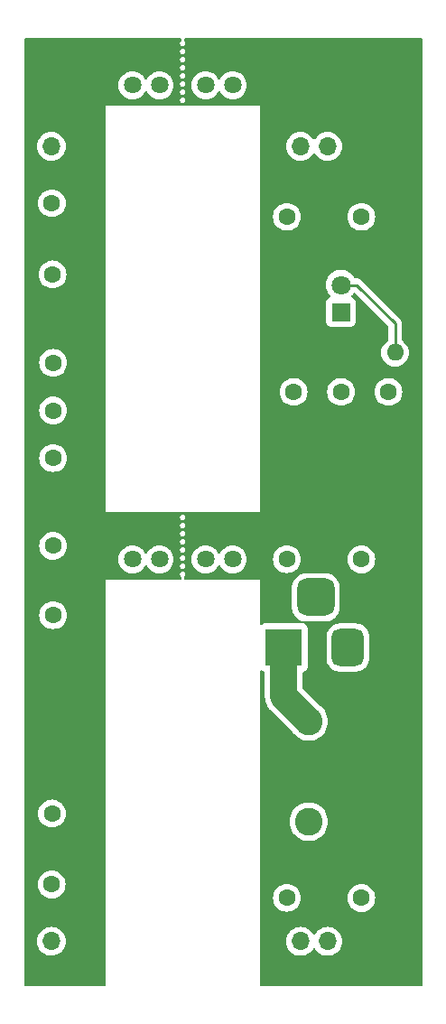
<source format=gtl>
G04 #@! TF.GenerationSoftware,KiCad,Pcbnew,7.0.7*
G04 #@! TF.CreationDate,2023-09-11T08:48:11-04:00*
G04 #@! TF.ProjectId,Breadboard supply rail,42726561-6462-46f6-9172-642073757070,rev?*
G04 #@! TF.SameCoordinates,Original*
G04 #@! TF.FileFunction,Copper,L1,Top*
G04 #@! TF.FilePolarity,Positive*
%FSLAX46Y46*%
G04 Gerber Fmt 4.6, Leading zero omitted, Abs format (unit mm)*
G04 Created by KiCad (PCBNEW 7.0.7) date 2023-09-11 08:48:11*
%MOMM*%
%LPD*%
G01*
G04 APERTURE LIST*
G04 Aperture macros list*
%AMRoundRect*
0 Rectangle with rounded corners*
0 $1 Rounding radius*
0 $2 $3 $4 $5 $6 $7 $8 $9 X,Y pos of 4 corners*
0 Add a 4 corners polygon primitive as box body*
4,1,4,$2,$3,$4,$5,$6,$7,$8,$9,$2,$3,0*
0 Add four circle primitives for the rounded corners*
1,1,$1+$1,$2,$3*
1,1,$1+$1,$4,$5*
1,1,$1+$1,$6,$7*
1,1,$1+$1,$8,$9*
0 Add four rect primitives between the rounded corners*
20,1,$1+$1,$2,$3,$4,$5,0*
20,1,$1+$1,$4,$5,$6,$7,0*
20,1,$1+$1,$6,$7,$8,$9,0*
20,1,$1+$1,$8,$9,$2,$3,0*%
G04 Aperture macros list end*
G04 #@! TA.AperFunction,ComponentPad*
%ADD10R,1.600000X1.600000*%
G04 #@! TD*
G04 #@! TA.AperFunction,ComponentPad*
%ADD11C,1.600000*%
G04 #@! TD*
G04 #@! TA.AperFunction,ComponentPad*
%ADD12C,2.600000*%
G04 #@! TD*
G04 #@! TA.AperFunction,ComponentPad*
%ADD13R,1.700000X1.700000*%
G04 #@! TD*
G04 #@! TA.AperFunction,ComponentPad*
%ADD14O,1.700000X1.700000*%
G04 #@! TD*
G04 #@! TA.AperFunction,ComponentPad*
%ADD15R,1.635000X1.635000*%
G04 #@! TD*
G04 #@! TA.AperFunction,ComponentPad*
%ADD16C,1.635000*%
G04 #@! TD*
G04 #@! TA.AperFunction,ComponentPad*
%ADD17O,1.600000X1.600000*%
G04 #@! TD*
G04 #@! TA.AperFunction,ComponentPad*
%ADD18R,1.800000X1.800000*%
G04 #@! TD*
G04 #@! TA.AperFunction,ComponentPad*
%ADD19C,1.800000*%
G04 #@! TD*
G04 #@! TA.AperFunction,ComponentPad*
%ADD20R,3.500000X3.500000*%
G04 #@! TD*
G04 #@! TA.AperFunction,ComponentPad*
%ADD21RoundRect,0.750000X0.750000X1.000000X-0.750000X1.000000X-0.750000X-1.000000X0.750000X-1.000000X0*%
G04 #@! TD*
G04 #@! TA.AperFunction,ComponentPad*
%ADD22RoundRect,0.875000X0.875000X0.875000X-0.875000X0.875000X-0.875000X-0.875000X0.875000X-0.875000X0*%
G04 #@! TD*
G04 #@! TA.AperFunction,Conductor*
%ADD23C,0.254000*%
G04 #@! TD*
G04 #@! TA.AperFunction,Conductor*
%ADD24C,2.540000*%
G04 #@! TD*
G04 APERTURE END LIST*
D10*
X161925000Y-68250000D03*
D11*
X161925000Y-70750000D03*
D10*
X135392800Y-69469000D03*
D11*
X132892800Y-69469000D03*
D12*
X156995400Y-118058200D03*
X156995400Y-122758200D03*
X156995400Y-127458200D03*
D11*
X135514400Y-108102400D03*
X133014400Y-108102400D03*
D13*
X135382000Y-64135000D03*
D14*
X132842000Y-64135000D03*
D13*
X163830000Y-64135000D03*
D14*
X161290000Y-64135000D03*
X158750000Y-64135000D03*
X156210000Y-64135000D03*
D11*
X135514400Y-84429600D03*
X133014400Y-84429600D03*
D13*
X135387000Y-138677800D03*
D14*
X132847000Y-138677800D03*
D11*
X160020000Y-89662000D03*
X160020000Y-87162000D03*
D15*
X149860000Y-55875000D03*
D16*
X149860000Y-58415000D03*
X147320000Y-55875000D03*
X147320000Y-58415000D03*
D11*
X135514400Y-88906000D03*
X133014400Y-88906000D03*
D13*
X163830000Y-138684000D03*
D14*
X161290000Y-138684000D03*
X158750000Y-138684000D03*
X156210000Y-138684000D03*
D10*
X135509000Y-101600000D03*
D11*
X133009000Y-101600000D03*
X154920000Y-83480000D03*
D17*
X165080000Y-83480000D03*
D10*
X135382000Y-133350000D03*
D11*
X132882000Y-133350000D03*
D18*
X160000000Y-79675000D03*
D19*
X160000000Y-77135000D03*
D11*
X154940000Y-132100000D03*
X154940000Y-134600000D03*
D15*
X149860000Y-100330000D03*
D16*
X149860000Y-102870000D03*
X147320000Y-100330000D03*
X147320000Y-102870000D03*
D15*
X143002000Y-100330000D03*
D16*
X143002000Y-102870000D03*
X140462000Y-100330000D03*
X140462000Y-102870000D03*
D11*
X154940000Y-68250000D03*
X154940000Y-70750000D03*
X154940000Y-100350000D03*
X154940000Y-102850000D03*
X155575000Y-89662000D03*
X155575000Y-87162000D03*
X135412800Y-126695200D03*
X132912800Y-126695200D03*
D15*
X143002000Y-55880000D03*
D16*
X143002000Y-58420000D03*
X140462000Y-55880000D03*
X140462000Y-58420000D03*
D11*
X164465000Y-89662000D03*
X164465000Y-87162000D03*
D20*
X154655000Y-111125000D03*
D21*
X160655000Y-111125000D03*
D22*
X157655000Y-106425000D03*
D10*
X161925000Y-132120000D03*
D11*
X161925000Y-134620000D03*
D10*
X161925000Y-100370000D03*
D11*
X161925000Y-102870000D03*
X135514400Y-93370400D03*
X133014400Y-93370400D03*
X135463600Y-76149200D03*
X132963600Y-76149200D03*
D23*
X161463000Y-77135000D02*
X160000000Y-77135000D01*
X165080000Y-80752000D02*
X161463000Y-77135000D01*
X165080000Y-83480000D02*
X165080000Y-80752000D01*
D24*
X154655000Y-115717800D02*
X156995400Y-118058200D01*
X154655000Y-111125000D02*
X154655000Y-115717800D01*
G04 #@! TA.AperFunction,Conductor*
G36*
X144922469Y-53995185D02*
G01*
X144943111Y-54011819D01*
X145022085Y-54090793D01*
X145055570Y-54152116D01*
X145050586Y-54221808D01*
X145022085Y-54266155D01*
X145019934Y-54268306D01*
X145001146Y-54283725D01*
X144977516Y-54299514D01*
X144977514Y-54299516D01*
X144961725Y-54323146D01*
X144948858Y-54338825D01*
X144946614Y-54342183D01*
X144937056Y-54360066D01*
X144921267Y-54383696D01*
X144921266Y-54383700D01*
X144915721Y-54411573D01*
X144909833Y-54430985D01*
X144909045Y-54434948D01*
X144907058Y-54455127D01*
X144901514Y-54483000D01*
X144907057Y-54510866D01*
X144909045Y-54531057D01*
X144909833Y-54535016D01*
X144915721Y-54554426D01*
X144921266Y-54582301D01*
X144937054Y-54605930D01*
X144946614Y-54623816D01*
X144948863Y-54627181D01*
X144961727Y-54642856D01*
X144977514Y-54666482D01*
X144977516Y-54666484D01*
X145001142Y-54682271D01*
X145016817Y-54695135D01*
X145018500Y-54696259D01*
X145018503Y-54696262D01*
X145018505Y-54696263D01*
X145020188Y-54697387D01*
X145038075Y-54706949D01*
X145061697Y-54722733D01*
X145061699Y-54722734D01*
X145089575Y-54728278D01*
X145108974Y-54734164D01*
X145110959Y-54734559D01*
X145110962Y-54734560D01*
X145110965Y-54734560D01*
X145112945Y-54734954D01*
X145133131Y-54736942D01*
X145158035Y-54741896D01*
X145160482Y-54742383D01*
X145160964Y-54742635D01*
X145161518Y-54742383D01*
X145166411Y-54741409D01*
X145188867Y-54736942D01*
X145209057Y-54734954D01*
X145211035Y-54734560D01*
X145211038Y-54734560D01*
X145211040Y-54734559D01*
X145213024Y-54734164D01*
X145232427Y-54728278D01*
X145260301Y-54722734D01*
X145283929Y-54706945D01*
X145301812Y-54697387D01*
X145303494Y-54696263D01*
X145303497Y-54696262D01*
X145303499Y-54696259D01*
X145305183Y-54695135D01*
X145320851Y-54682274D01*
X145344484Y-54666484D01*
X145360274Y-54642851D01*
X145373135Y-54627183D01*
X145374259Y-54625499D01*
X145374262Y-54625497D01*
X145374263Y-54625494D01*
X145375387Y-54623812D01*
X145384945Y-54605929D01*
X145400734Y-54582301D01*
X145406278Y-54554426D01*
X145411971Y-54535661D01*
X145412559Y-54533041D01*
X145412559Y-54533040D01*
X145412560Y-54533038D01*
X145412771Y-54528699D01*
X145415006Y-54510548D01*
X145420486Y-54483000D01*
X145415005Y-54455445D01*
X145412771Y-54437295D01*
X145412560Y-54432960D01*
X145411971Y-54430335D01*
X145406278Y-54411568D01*
X145400735Y-54383701D01*
X145400733Y-54383697D01*
X145384949Y-54360075D01*
X145375387Y-54342188D01*
X145374263Y-54340505D01*
X145374262Y-54340503D01*
X145374259Y-54340500D01*
X145373135Y-54338817D01*
X145360271Y-54323142D01*
X145344484Y-54299516D01*
X145344482Y-54299514D01*
X145320856Y-54283727D01*
X145302068Y-54268308D01*
X145299914Y-54266154D01*
X145266429Y-54204831D01*
X145271413Y-54135139D01*
X145299910Y-54090796D01*
X145378890Y-54011816D01*
X145440212Y-53978334D01*
X145466569Y-53975500D01*
X167515500Y-53975500D01*
X167582539Y-53995185D01*
X167628294Y-54047989D01*
X167639500Y-54099500D01*
X167639500Y-142750500D01*
X167619815Y-142817539D01*
X167567011Y-142863294D01*
X167515500Y-142874500D01*
X152524500Y-142874500D01*
X152457461Y-142854815D01*
X152411706Y-142802011D01*
X152400500Y-142750500D01*
X152400500Y-138684000D01*
X154854341Y-138684000D01*
X154874936Y-138919403D01*
X154874938Y-138919413D01*
X154936094Y-139147655D01*
X154936096Y-139147659D01*
X154936097Y-139147663D01*
X154940000Y-139156032D01*
X155035965Y-139361830D01*
X155035967Y-139361834D01*
X155144281Y-139516521D01*
X155171505Y-139555401D01*
X155338599Y-139722495D01*
X155435384Y-139790264D01*
X155532165Y-139858032D01*
X155532167Y-139858033D01*
X155532170Y-139858035D01*
X155746337Y-139957903D01*
X155974592Y-140019063D01*
X156162918Y-140035539D01*
X156209999Y-140039659D01*
X156210000Y-140039659D01*
X156210001Y-140039659D01*
X156249234Y-140036226D01*
X156445408Y-140019063D01*
X156673663Y-139957903D01*
X156887830Y-139858035D01*
X157081401Y-139722495D01*
X157248495Y-139555401D01*
X157378424Y-139369842D01*
X157433002Y-139326217D01*
X157502500Y-139319023D01*
X157564855Y-139350546D01*
X157581575Y-139369842D01*
X157711500Y-139555395D01*
X157711505Y-139555401D01*
X157878599Y-139722495D01*
X157975384Y-139790264D01*
X158072165Y-139858032D01*
X158072167Y-139858033D01*
X158072170Y-139858035D01*
X158286337Y-139957903D01*
X158514592Y-140019063D01*
X158702918Y-140035539D01*
X158749999Y-140039659D01*
X158750000Y-140039659D01*
X158750001Y-140039659D01*
X158789234Y-140036226D01*
X158985408Y-140019063D01*
X159213663Y-139957903D01*
X159427830Y-139858035D01*
X159621401Y-139722495D01*
X159788495Y-139555401D01*
X159924035Y-139361830D01*
X160023903Y-139147663D01*
X160085063Y-138919408D01*
X160105659Y-138684000D01*
X160105116Y-138677799D01*
X160085063Y-138448596D01*
X160085063Y-138448592D01*
X160023903Y-138220337D01*
X159924035Y-138006171D01*
X159919693Y-137999969D01*
X159788494Y-137812597D01*
X159621402Y-137645506D01*
X159621395Y-137645501D01*
X159427834Y-137509967D01*
X159427830Y-137509965D01*
X159414532Y-137503764D01*
X159213663Y-137410097D01*
X159213659Y-137410096D01*
X159213655Y-137410094D01*
X158985413Y-137348938D01*
X158985403Y-137348936D01*
X158750001Y-137328341D01*
X158749999Y-137328341D01*
X158514596Y-137348936D01*
X158514586Y-137348938D01*
X158286344Y-137410094D01*
X158286335Y-137410098D01*
X158072171Y-137509964D01*
X158072169Y-137509965D01*
X157878597Y-137645505D01*
X157711505Y-137812597D01*
X157581575Y-137998158D01*
X157526998Y-138041783D01*
X157457500Y-138048977D01*
X157395145Y-138017454D01*
X157378425Y-137998158D01*
X157248494Y-137812597D01*
X157081402Y-137645506D01*
X157081395Y-137645501D01*
X156887834Y-137509967D01*
X156887830Y-137509965D01*
X156874532Y-137503764D01*
X156673663Y-137410097D01*
X156673659Y-137410096D01*
X156673655Y-137410094D01*
X156445413Y-137348938D01*
X156445403Y-137348936D01*
X156210001Y-137328341D01*
X156209999Y-137328341D01*
X155974596Y-137348936D01*
X155974586Y-137348938D01*
X155746344Y-137410094D01*
X155746335Y-137410098D01*
X155532171Y-137509964D01*
X155532169Y-137509965D01*
X155338597Y-137645505D01*
X155171505Y-137812597D01*
X155035965Y-138006169D01*
X155035964Y-138006171D01*
X154936098Y-138220335D01*
X154936094Y-138220344D01*
X154874938Y-138448586D01*
X154874936Y-138448596D01*
X154854341Y-138683999D01*
X154854341Y-138684000D01*
X152400500Y-138684000D01*
X152400500Y-134600001D01*
X153634532Y-134600001D01*
X153654364Y-134826686D01*
X153654366Y-134826697D01*
X153713258Y-135046488D01*
X153713261Y-135046497D01*
X153809431Y-135252732D01*
X153809432Y-135252734D01*
X153939954Y-135439141D01*
X154100858Y-135600045D01*
X154100861Y-135600047D01*
X154287266Y-135730568D01*
X154493504Y-135826739D01*
X154713308Y-135885635D01*
X154875230Y-135899801D01*
X154939998Y-135905468D01*
X154940000Y-135905468D01*
X154940002Y-135905468D01*
X154996672Y-135900509D01*
X155166692Y-135885635D01*
X155386496Y-135826739D01*
X155592734Y-135730568D01*
X155779139Y-135600047D01*
X155940047Y-135439139D01*
X156070568Y-135252734D01*
X156166739Y-135046496D01*
X156225635Y-134826692D01*
X156243718Y-134620001D01*
X160619532Y-134620001D01*
X160639364Y-134846686D01*
X160639366Y-134846697D01*
X160698258Y-135066488D01*
X160698261Y-135066497D01*
X160794431Y-135272732D01*
X160794432Y-135272734D01*
X160924954Y-135459141D01*
X161085858Y-135620045D01*
X161085861Y-135620047D01*
X161272266Y-135750568D01*
X161478504Y-135846739D01*
X161698308Y-135905635D01*
X161860230Y-135919801D01*
X161924998Y-135925468D01*
X161925000Y-135925468D01*
X161925002Y-135925468D01*
X161981673Y-135920509D01*
X162151692Y-135905635D01*
X162371496Y-135846739D01*
X162577734Y-135750568D01*
X162764139Y-135620047D01*
X162925047Y-135459139D01*
X163055568Y-135272734D01*
X163151739Y-135066496D01*
X163210635Y-134846692D01*
X163230468Y-134620000D01*
X163210635Y-134393308D01*
X163151739Y-134173504D01*
X163055568Y-133967266D01*
X162925047Y-133780861D01*
X162925045Y-133780858D01*
X162764141Y-133619954D01*
X162577734Y-133489432D01*
X162577732Y-133489431D01*
X162371497Y-133393261D01*
X162371488Y-133393258D01*
X162151697Y-133334366D01*
X162151693Y-133334365D01*
X162151692Y-133334365D01*
X162151691Y-133334364D01*
X162151686Y-133334364D01*
X161925002Y-133314532D01*
X161924998Y-133314532D01*
X161698313Y-133334364D01*
X161698302Y-133334366D01*
X161478511Y-133393258D01*
X161478502Y-133393261D01*
X161272267Y-133489431D01*
X161272265Y-133489432D01*
X161085858Y-133619954D01*
X160924954Y-133780858D01*
X160794432Y-133967265D01*
X160794431Y-133967267D01*
X160698261Y-134173502D01*
X160698258Y-134173511D01*
X160639366Y-134393302D01*
X160639364Y-134393313D01*
X160619532Y-134619998D01*
X160619532Y-134620001D01*
X156243718Y-134620001D01*
X156245468Y-134600000D01*
X156225635Y-134373308D01*
X156166739Y-134153504D01*
X156070568Y-133947266D01*
X155940047Y-133760861D01*
X155940045Y-133760858D01*
X155779141Y-133599954D01*
X155592734Y-133469432D01*
X155592732Y-133469431D01*
X155386497Y-133373261D01*
X155386488Y-133373258D01*
X155166697Y-133314366D01*
X155166693Y-133314365D01*
X155166692Y-133314365D01*
X155166691Y-133314364D01*
X155166686Y-133314364D01*
X154940002Y-133294532D01*
X154939998Y-133294532D01*
X154713313Y-133314364D01*
X154713302Y-133314366D01*
X154493511Y-133373258D01*
X154493502Y-133373261D01*
X154287267Y-133469431D01*
X154287265Y-133469432D01*
X154100858Y-133599954D01*
X153939954Y-133760858D01*
X153809432Y-133947265D01*
X153809431Y-133947267D01*
X153713261Y-134153502D01*
X153713258Y-134153511D01*
X153654366Y-134373302D01*
X153654364Y-134373313D01*
X153634532Y-134599998D01*
X153634532Y-134600001D01*
X152400500Y-134600001D01*
X152400500Y-127458204D01*
X155189851Y-127458204D01*
X155210016Y-127727301D01*
X155267884Y-127980835D01*
X155270066Y-127990395D01*
X155368657Y-128241598D01*
X155503585Y-128475302D01*
X155639480Y-128645709D01*
X155671842Y-128686289D01*
X155858583Y-128859558D01*
X155869659Y-128869835D01*
X156092626Y-129021851D01*
X156335759Y-129138938D01*
X156593628Y-129218480D01*
X156593629Y-129218480D01*
X156593632Y-129218481D01*
X156860463Y-129258699D01*
X156860468Y-129258699D01*
X156860471Y-129258700D01*
X156860472Y-129258700D01*
X157130328Y-129258700D01*
X157130329Y-129258700D01*
X157130336Y-129258699D01*
X157397167Y-129218481D01*
X157397168Y-129218480D01*
X157397172Y-129218480D01*
X157655041Y-129138938D01*
X157898175Y-129021851D01*
X158121141Y-128869835D01*
X158318961Y-128686285D01*
X158487215Y-128475302D01*
X158622143Y-128241598D01*
X158720734Y-127990395D01*
X158780783Y-127727303D01*
X158800949Y-127458200D01*
X158780783Y-127189097D01*
X158720734Y-126926005D01*
X158622143Y-126674802D01*
X158487215Y-126441098D01*
X158318961Y-126230115D01*
X158318960Y-126230114D01*
X158318957Y-126230110D01*
X158121141Y-126046565D01*
X158115127Y-126042465D01*
X157898175Y-125894549D01*
X157898169Y-125894546D01*
X157898168Y-125894545D01*
X157898167Y-125894544D01*
X157655043Y-125777463D01*
X157655045Y-125777463D01*
X157397173Y-125697920D01*
X157397167Y-125697918D01*
X157130336Y-125657700D01*
X157130329Y-125657700D01*
X156860471Y-125657700D01*
X156860463Y-125657700D01*
X156593632Y-125697918D01*
X156593626Y-125697920D01*
X156335758Y-125777462D01*
X156092630Y-125894546D01*
X155869658Y-126046565D01*
X155671842Y-126230110D01*
X155503585Y-126441098D01*
X155368658Y-126674799D01*
X155368656Y-126674803D01*
X155270066Y-126926004D01*
X155270064Y-126926011D01*
X155210016Y-127189098D01*
X155189851Y-127458195D01*
X155189851Y-127458204D01*
X152400500Y-127458204D01*
X152400500Y-113370258D01*
X152420185Y-113303219D01*
X152472989Y-113257464D01*
X152542147Y-113247520D01*
X152598810Y-113270991D01*
X152662669Y-113318796D01*
X152662670Y-113318796D01*
X152662673Y-113318798D01*
X152747214Y-113350329D01*
X152797517Y-113369091D01*
X152797518Y-113369091D01*
X152803832Y-113371446D01*
X152859766Y-113413316D01*
X152884184Y-113478781D01*
X152884500Y-113487628D01*
X152884500Y-115684669D01*
X152880775Y-115784186D01*
X152891924Y-115883128D01*
X152899364Y-115982417D01*
X152905989Y-116011443D01*
X152907155Y-116018302D01*
X152910487Y-116047877D01*
X152910488Y-116047880D01*
X152936257Y-116144052D01*
X152958414Y-116241127D01*
X152958416Y-116241132D01*
X152969286Y-116268828D01*
X152971461Y-116275438D01*
X152979167Y-116304197D01*
X153018986Y-116395463D01*
X153055362Y-116488147D01*
X153070242Y-116513920D01*
X153073377Y-116520130D01*
X153085281Y-116547413D01*
X153085286Y-116547423D01*
X153138259Y-116631729D01*
X153188043Y-116717956D01*
X153206601Y-116741228D01*
X153210626Y-116746902D01*
X153226464Y-116772107D01*
X153226465Y-116772108D01*
X153291416Y-116847582D01*
X153353492Y-116925423D01*
X153426488Y-116993153D01*
X155485139Y-119051804D01*
X155500484Y-119071798D01*
X155500970Y-119071467D01*
X155503581Y-119075296D01*
X155503582Y-119075298D01*
X155503585Y-119075302D01*
X155639060Y-119245182D01*
X155671842Y-119286289D01*
X155858583Y-119459558D01*
X155869659Y-119469835D01*
X156092626Y-119621851D01*
X156335759Y-119738938D01*
X156593628Y-119818480D01*
X156593629Y-119818480D01*
X156593632Y-119818481D01*
X156860463Y-119858699D01*
X156860468Y-119858699D01*
X156860471Y-119858700D01*
X156860472Y-119858700D01*
X157130328Y-119858700D01*
X157130329Y-119858700D01*
X157130336Y-119858699D01*
X157397167Y-119818481D01*
X157397168Y-119818480D01*
X157397172Y-119818480D01*
X157655041Y-119738938D01*
X157898175Y-119621851D01*
X158121141Y-119469835D01*
X158318961Y-119286285D01*
X158487215Y-119075302D01*
X158622143Y-118841598D01*
X158720734Y-118590395D01*
X158780783Y-118327303D01*
X158800949Y-118058200D01*
X158780783Y-117789097D01*
X158720734Y-117526005D01*
X158622143Y-117274802D01*
X158487215Y-117041098D01*
X158318961Y-116830115D01*
X158318960Y-116830114D01*
X158318957Y-116830110D01*
X158121137Y-116646561D01*
X158025433Y-116581311D01*
X158007604Y-116566539D01*
X156461819Y-115020754D01*
X156428334Y-114959431D01*
X156425500Y-114933073D01*
X156425500Y-113487628D01*
X156445185Y-113420589D01*
X156497989Y-113374834D01*
X156506168Y-113371446D01*
X156512481Y-113369091D01*
X156512483Y-113369091D01*
X156647331Y-113318796D01*
X156762546Y-113232546D01*
X156848796Y-113117331D01*
X156899091Y-112982483D01*
X156905500Y-112922873D01*
X156905499Y-110060781D01*
X158654500Y-110060781D01*
X158654501Y-112189218D01*
X158664904Y-112321413D01*
X158664905Y-112321420D01*
X158719902Y-112539678D01*
X158719903Y-112539681D01*
X158812991Y-112744622D01*
X158812997Y-112744632D01*
X158941174Y-112929645D01*
X158941178Y-112929650D01*
X158941181Y-112929654D01*
X159100346Y-113088819D01*
X159100350Y-113088822D01*
X159100354Y-113088825D01*
X159141506Y-113117335D01*
X159285374Y-113217007D01*
X159490317Y-113310096D01*
X159490321Y-113310097D01*
X159708579Y-113365094D01*
X159708581Y-113365094D01*
X159708588Y-113365096D01*
X159819972Y-113373862D01*
X159840781Y-113375500D01*
X159840782Y-113375499D01*
X159840783Y-113375500D01*
X160661504Y-113375499D01*
X161469218Y-113375499D01*
X161488505Y-113373980D01*
X161601412Y-113365096D01*
X161819683Y-113310096D01*
X162024626Y-113217007D01*
X162209654Y-113088819D01*
X162368819Y-112929654D01*
X162497007Y-112744626D01*
X162590096Y-112539683D01*
X162645096Y-112321412D01*
X162655500Y-112189217D01*
X162655499Y-110060784D01*
X162645096Y-109928588D01*
X162590096Y-109710317D01*
X162497007Y-109505374D01*
X162415713Y-109388033D01*
X162368825Y-109320354D01*
X162368822Y-109320350D01*
X162368819Y-109320346D01*
X162209654Y-109161181D01*
X162209650Y-109161178D01*
X162209645Y-109161174D01*
X162024632Y-109032997D01*
X162024630Y-109032995D01*
X162024626Y-109032993D01*
X161990411Y-109017452D01*
X161819681Y-108939903D01*
X161819678Y-108939902D01*
X161601420Y-108884905D01*
X161601413Y-108884904D01*
X161469219Y-108874500D01*
X161469217Y-108874500D01*
X160653312Y-108874500D01*
X159840782Y-108874501D01*
X159708586Y-108884904D01*
X159708579Y-108884905D01*
X159490321Y-108939902D01*
X159490318Y-108939903D01*
X159285377Y-109032991D01*
X159285367Y-109032997D01*
X159100354Y-109161174D01*
X159100342Y-109161184D01*
X158941184Y-109320342D01*
X158941174Y-109320354D01*
X158812997Y-109505367D01*
X158812991Y-109505377D01*
X158719903Y-109710318D01*
X158719902Y-109710321D01*
X158664905Y-109928579D01*
X158664904Y-109928586D01*
X158654500Y-110060781D01*
X156905499Y-110060781D01*
X156905499Y-109327128D01*
X156899091Y-109267517D01*
X156859431Y-109161184D01*
X156848797Y-109132671D01*
X156848793Y-109132664D01*
X156762547Y-109017455D01*
X156762544Y-109017452D01*
X156647335Y-108931206D01*
X156647328Y-108931202D01*
X156600061Y-108913573D01*
X156544127Y-108871702D01*
X156519710Y-108806238D01*
X156534562Y-108737965D01*
X156583967Y-108688559D01*
X156649972Y-108673566D01*
X156671382Y-108674703D01*
X156686374Y-108675500D01*
X156686378Y-108675500D01*
X158623626Y-108675500D01*
X158633731Y-108674962D01*
X158676241Y-108672705D01*
X158906126Y-108628245D01*
X159125190Y-108545574D01*
X159327132Y-108427070D01*
X159506142Y-108276142D01*
X159657070Y-108097132D01*
X159775574Y-107895190D01*
X159858245Y-107676126D01*
X159902705Y-107446241D01*
X159905500Y-107393622D01*
X159905500Y-105456378D01*
X159902705Y-105403759D01*
X159858245Y-105173874D01*
X159775574Y-104954810D01*
X159657070Y-104752868D01*
X159657065Y-104752861D01*
X159506143Y-104573858D01*
X159506141Y-104573856D01*
X159327138Y-104422934D01*
X159327131Y-104422929D01*
X159125189Y-104304425D01*
X159026020Y-104267001D01*
X158906126Y-104221755D01*
X158881333Y-104216960D01*
X158676244Y-104177295D01*
X158623626Y-104174500D01*
X158623622Y-104174500D01*
X156686378Y-104174500D01*
X156686374Y-104174500D01*
X156633756Y-104177295D01*
X156633755Y-104177295D01*
X156403878Y-104221754D01*
X156403876Y-104221754D01*
X156403874Y-104221755D01*
X156329933Y-104249659D01*
X156184810Y-104304425D01*
X155982868Y-104422929D01*
X155982861Y-104422934D01*
X155803858Y-104573856D01*
X155803856Y-104573858D01*
X155652934Y-104752861D01*
X155652929Y-104752868D01*
X155534425Y-104954810D01*
X155479658Y-105099933D01*
X155451755Y-105173874D01*
X155451754Y-105173876D01*
X155451754Y-105173878D01*
X155407295Y-105403755D01*
X155407295Y-105403756D01*
X155404500Y-105456374D01*
X155404500Y-107393626D01*
X155407295Y-107446243D01*
X155407295Y-107446244D01*
X155447844Y-107655902D01*
X155451755Y-107676126D01*
X155500326Y-107804832D01*
X155534425Y-107895189D01*
X155652929Y-108097131D01*
X155652934Y-108097138D01*
X155803856Y-108276141D01*
X155803858Y-108276143D01*
X155982861Y-108427065D01*
X155982868Y-108427070D01*
X156184810Y-108545574D01*
X156403874Y-108628245D01*
X156406517Y-108628756D01*
X156407537Y-108629282D01*
X156408950Y-108629683D01*
X156408868Y-108629970D01*
X156468598Y-108660814D01*
X156503493Y-108721346D01*
X156500122Y-108791134D01*
X156459556Y-108848021D01*
X156394674Y-108873946D01*
X156382969Y-108874500D01*
X152857129Y-108874500D01*
X152857123Y-108874501D01*
X152797516Y-108880908D01*
X152662671Y-108931202D01*
X152662668Y-108931204D01*
X152598811Y-108979008D01*
X152533347Y-109003425D01*
X152465074Y-108988573D01*
X152415668Y-108939168D01*
X152400500Y-108879741D01*
X152400500Y-104799759D01*
X152400528Y-104799616D01*
X152400524Y-104799616D01*
X152400539Y-104775002D01*
X152400541Y-104775000D01*
X152400462Y-104774808D01*
X152400384Y-104774618D01*
X152400382Y-104774616D01*
X152400099Y-104774500D01*
X152400000Y-104774459D01*
X152375446Y-104774459D01*
X152375240Y-104774500D01*
X145466569Y-104774500D01*
X145399530Y-104754815D01*
X145378888Y-104738181D01*
X145299914Y-104659207D01*
X145266429Y-104597884D01*
X145271413Y-104528192D01*
X145299914Y-104483845D01*
X145302069Y-104481690D01*
X145320851Y-104466274D01*
X145344484Y-104450484D01*
X145360274Y-104426851D01*
X145373135Y-104411183D01*
X145374259Y-104409499D01*
X145374262Y-104409497D01*
X145374263Y-104409494D01*
X145375387Y-104407812D01*
X145384945Y-104389929D01*
X145400734Y-104366301D01*
X145406278Y-104338426D01*
X145411971Y-104319661D01*
X145412559Y-104317041D01*
X145412559Y-104317040D01*
X145412560Y-104317038D01*
X145412771Y-104312699D01*
X145415006Y-104294548D01*
X145420486Y-104267000D01*
X145415005Y-104239445D01*
X145412771Y-104221295D01*
X145412560Y-104216960D01*
X145411971Y-104214335D01*
X145406278Y-104195568D01*
X145400735Y-104167701D01*
X145400733Y-104167697D01*
X145384949Y-104144075D01*
X145375387Y-104126188D01*
X145374263Y-104124505D01*
X145374262Y-104124503D01*
X145374259Y-104124500D01*
X145373135Y-104122817D01*
X145360271Y-104107142D01*
X145344484Y-104083516D01*
X145344482Y-104083514D01*
X145320856Y-104067727D01*
X145305181Y-104054863D01*
X145301816Y-104052614D01*
X145283930Y-104043054D01*
X145260301Y-104027266D01*
X145260300Y-104027265D01*
X145232426Y-104021721D01*
X145213016Y-104015833D01*
X145209057Y-104015045D01*
X145188867Y-104013057D01*
X145161518Y-104007617D01*
X145161035Y-104007364D01*
X145160481Y-104007617D01*
X145133131Y-104013057D01*
X145112945Y-104015045D01*
X145108985Y-104015833D01*
X145089573Y-104021721D01*
X145068892Y-104025835D01*
X145061699Y-104027266D01*
X145061698Y-104027266D01*
X145061696Y-104027267D01*
X145038066Y-104043056D01*
X145020183Y-104052614D01*
X145016825Y-104054858D01*
X145001146Y-104067725D01*
X144977516Y-104083514D01*
X144977514Y-104083516D01*
X144961725Y-104107146D01*
X144948858Y-104122825D01*
X144946614Y-104126183D01*
X144937056Y-104144066D01*
X144921267Y-104167696D01*
X144921266Y-104167700D01*
X144915721Y-104195573D01*
X144909833Y-104214985D01*
X144909045Y-104218948D01*
X144907058Y-104239127D01*
X144901514Y-104267000D01*
X144907057Y-104294866D01*
X144909045Y-104315057D01*
X144909833Y-104319016D01*
X144915721Y-104338426D01*
X144921266Y-104366301D01*
X144937054Y-104389930D01*
X144946614Y-104407816D01*
X144948863Y-104411181D01*
X144961727Y-104426856D01*
X144977514Y-104450482D01*
X144977516Y-104450484D01*
X145001142Y-104466271D01*
X145019911Y-104481670D01*
X145022065Y-104483823D01*
X145055564Y-104545139D01*
X145050596Y-104614832D01*
X145022086Y-104659205D01*
X144943109Y-104738182D01*
X144881789Y-104771666D01*
X144855430Y-104774500D01*
X137946760Y-104774500D01*
X137946554Y-104774459D01*
X137922000Y-104774459D01*
X137921901Y-104774500D01*
X137921617Y-104774616D01*
X137921615Y-104774618D01*
X137921459Y-104774999D01*
X137921476Y-104799616D01*
X137921471Y-104799616D01*
X137921500Y-104799759D01*
X137921500Y-142750500D01*
X137901815Y-142817539D01*
X137849011Y-142863294D01*
X137797500Y-142874500D01*
X130426500Y-142874500D01*
X130359461Y-142854815D01*
X130313706Y-142802011D01*
X130302500Y-142750500D01*
X130302500Y-138677800D01*
X131491341Y-138677800D01*
X131511936Y-138913203D01*
X131511938Y-138913213D01*
X131573094Y-139141455D01*
X131573096Y-139141459D01*
X131573097Y-139141463D01*
X131670594Y-139350546D01*
X131672965Y-139355630D01*
X131672967Y-139355634D01*
X131682916Y-139369842D01*
X131808505Y-139549201D01*
X131975599Y-139716295D01*
X131984451Y-139722493D01*
X132169165Y-139851832D01*
X132169167Y-139851833D01*
X132169170Y-139851835D01*
X132383337Y-139951703D01*
X132383343Y-139951704D01*
X132383344Y-139951705D01*
X132406476Y-139957903D01*
X132611592Y-140012863D01*
X132799918Y-140029339D01*
X132846999Y-140033459D01*
X132847000Y-140033459D01*
X132847001Y-140033459D01*
X132886234Y-140030026D01*
X133082408Y-140012863D01*
X133310663Y-139951703D01*
X133524830Y-139851835D01*
X133718401Y-139716295D01*
X133885495Y-139549201D01*
X134021035Y-139355630D01*
X134120903Y-139141463D01*
X134182063Y-138913208D01*
X134202659Y-138677800D01*
X134182063Y-138442392D01*
X134120903Y-138214137D01*
X134021035Y-137999971D01*
X133889837Y-137812599D01*
X133885494Y-137806397D01*
X133718402Y-137639306D01*
X133718395Y-137639301D01*
X133524834Y-137503767D01*
X133524830Y-137503765D01*
X133524829Y-137503764D01*
X133310663Y-137403897D01*
X133310659Y-137403896D01*
X133310655Y-137403894D01*
X133082413Y-137342738D01*
X133082403Y-137342736D01*
X132847001Y-137322141D01*
X132846999Y-137322141D01*
X132611596Y-137342736D01*
X132611586Y-137342738D01*
X132383344Y-137403894D01*
X132383335Y-137403898D01*
X132169171Y-137503764D01*
X132169169Y-137503765D01*
X131975597Y-137639305D01*
X131808505Y-137806397D01*
X131672965Y-137999969D01*
X131672964Y-137999971D01*
X131573098Y-138214135D01*
X131573094Y-138214144D01*
X131511938Y-138442386D01*
X131511936Y-138442396D01*
X131491341Y-138677799D01*
X131491341Y-138677800D01*
X130302500Y-138677800D01*
X130302500Y-133350001D01*
X131576532Y-133350001D01*
X131596364Y-133576686D01*
X131596366Y-133576697D01*
X131655258Y-133796488D01*
X131655261Y-133796497D01*
X131751431Y-134002732D01*
X131751432Y-134002734D01*
X131881954Y-134189141D01*
X132042858Y-134350045D01*
X132042861Y-134350047D01*
X132229266Y-134480568D01*
X132435504Y-134576739D01*
X132655308Y-134635635D01*
X132817230Y-134649801D01*
X132881998Y-134655468D01*
X132882000Y-134655468D01*
X132882002Y-134655468D01*
X132938673Y-134650509D01*
X133108692Y-134635635D01*
X133328496Y-134576739D01*
X133534734Y-134480568D01*
X133721139Y-134350047D01*
X133882047Y-134189139D01*
X134012568Y-134002734D01*
X134108739Y-133796496D01*
X134167635Y-133576692D01*
X134187468Y-133350000D01*
X134184350Y-133314366D01*
X134167635Y-133123313D01*
X134167635Y-133123308D01*
X134108739Y-132903504D01*
X134012568Y-132697266D01*
X133882047Y-132510861D01*
X133882045Y-132510858D01*
X133721141Y-132349954D01*
X133534734Y-132219432D01*
X133534732Y-132219431D01*
X133328497Y-132123261D01*
X133328488Y-132123258D01*
X133108697Y-132064366D01*
X133108693Y-132064365D01*
X133108692Y-132064365D01*
X133108691Y-132064364D01*
X133108686Y-132064364D01*
X132882002Y-132044532D01*
X132881998Y-132044532D01*
X132655313Y-132064364D01*
X132655302Y-132064366D01*
X132435511Y-132123258D01*
X132435502Y-132123261D01*
X132229267Y-132219431D01*
X132229265Y-132219432D01*
X132042858Y-132349954D01*
X131881954Y-132510858D01*
X131751432Y-132697265D01*
X131751431Y-132697267D01*
X131655261Y-132903502D01*
X131655258Y-132903511D01*
X131596366Y-133123302D01*
X131596364Y-133123313D01*
X131576532Y-133349998D01*
X131576532Y-133350001D01*
X130302500Y-133350001D01*
X130302500Y-126695201D01*
X131607332Y-126695201D01*
X131627164Y-126921886D01*
X131627166Y-126921897D01*
X131686058Y-127141688D01*
X131686061Y-127141697D01*
X131782231Y-127347932D01*
X131782232Y-127347934D01*
X131912754Y-127534341D01*
X132073658Y-127695245D01*
X132073661Y-127695247D01*
X132260066Y-127825768D01*
X132466304Y-127921939D01*
X132686108Y-127980835D01*
X132848030Y-127995001D01*
X132912798Y-128000668D01*
X132912800Y-128000668D01*
X132912802Y-128000668D01*
X132969473Y-127995709D01*
X133139492Y-127980835D01*
X133359296Y-127921939D01*
X133565534Y-127825768D01*
X133751939Y-127695247D01*
X133912847Y-127534339D01*
X134043368Y-127347934D01*
X134139539Y-127141696D01*
X134198435Y-126921892D01*
X134218268Y-126695200D01*
X134216483Y-126674803D01*
X134198435Y-126468513D01*
X134198435Y-126468508D01*
X134139539Y-126248704D01*
X134043368Y-126042466D01*
X133912847Y-125856061D01*
X133912845Y-125856058D01*
X133751941Y-125695154D01*
X133565534Y-125564632D01*
X133565532Y-125564631D01*
X133359297Y-125468461D01*
X133359288Y-125468458D01*
X133139497Y-125409566D01*
X133139493Y-125409565D01*
X133139492Y-125409565D01*
X133139491Y-125409564D01*
X133139486Y-125409564D01*
X132912802Y-125389732D01*
X132912798Y-125389732D01*
X132686113Y-125409564D01*
X132686102Y-125409566D01*
X132466311Y-125468458D01*
X132466302Y-125468461D01*
X132260067Y-125564631D01*
X132260065Y-125564632D01*
X132073658Y-125695154D01*
X131912754Y-125856058D01*
X131782232Y-126042465D01*
X131782231Y-126042467D01*
X131686061Y-126248702D01*
X131686058Y-126248711D01*
X131627166Y-126468502D01*
X131627164Y-126468513D01*
X131607332Y-126695198D01*
X131607332Y-126695201D01*
X130302500Y-126695201D01*
X130302500Y-108102401D01*
X131708932Y-108102401D01*
X131728764Y-108329086D01*
X131728766Y-108329097D01*
X131787658Y-108548888D01*
X131787661Y-108548897D01*
X131883831Y-108755132D01*
X131883832Y-108755134D01*
X132014354Y-108941541D01*
X132175258Y-109102445D01*
X132175261Y-109102447D01*
X132361666Y-109232968D01*
X132567904Y-109329139D01*
X132787708Y-109388035D01*
X132949630Y-109402201D01*
X133014398Y-109407868D01*
X133014400Y-109407868D01*
X133014402Y-109407868D01*
X133071072Y-109402909D01*
X133241092Y-109388035D01*
X133460896Y-109329139D01*
X133667134Y-109232968D01*
X133853539Y-109102447D01*
X134014447Y-108941539D01*
X134144968Y-108755134D01*
X134241139Y-108548896D01*
X134300035Y-108329092D01*
X134319868Y-108102400D01*
X134300035Y-107875708D01*
X134255316Y-107708815D01*
X134241141Y-107655911D01*
X134241138Y-107655902D01*
X134144968Y-107449667D01*
X134144967Y-107449665D01*
X134014445Y-107263258D01*
X133853541Y-107102354D01*
X133667134Y-106971832D01*
X133667132Y-106971831D01*
X133460897Y-106875661D01*
X133460888Y-106875658D01*
X133241097Y-106816766D01*
X133241093Y-106816765D01*
X133241092Y-106816765D01*
X133241091Y-106816764D01*
X133241086Y-106816764D01*
X133014402Y-106796932D01*
X133014398Y-106796932D01*
X132787713Y-106816764D01*
X132787702Y-106816766D01*
X132567911Y-106875658D01*
X132567902Y-106875661D01*
X132361667Y-106971831D01*
X132361665Y-106971832D01*
X132175258Y-107102354D01*
X132014354Y-107263258D01*
X131883832Y-107449665D01*
X131883831Y-107449667D01*
X131787661Y-107655902D01*
X131787658Y-107655911D01*
X131728766Y-107875702D01*
X131728764Y-107875713D01*
X131708932Y-108102398D01*
X131708932Y-108102401D01*
X130302500Y-108102401D01*
X130302500Y-101600001D01*
X131703532Y-101600001D01*
X131723364Y-101826686D01*
X131723366Y-101826697D01*
X131782258Y-102046488D01*
X131782261Y-102046497D01*
X131878431Y-102252732D01*
X131878432Y-102252734D01*
X132008954Y-102439141D01*
X132169858Y-102600045D01*
X132172919Y-102602188D01*
X132356266Y-102730568D01*
X132562504Y-102826739D01*
X132782308Y-102885635D01*
X132944230Y-102899801D01*
X133008998Y-102905468D01*
X133009000Y-102905468D01*
X133009002Y-102905468D01*
X133065672Y-102900509D01*
X133235692Y-102885635D01*
X133294039Y-102870001D01*
X139138965Y-102870001D01*
X139159064Y-103099737D01*
X139159066Y-103099748D01*
X139218751Y-103322497D01*
X139218753Y-103322501D01*
X139218754Y-103322505D01*
X139303853Y-103505001D01*
X139316218Y-103531518D01*
X139316220Y-103531522D01*
X139448496Y-103720432D01*
X139611567Y-103883503D01*
X139800477Y-104015779D01*
X139800479Y-104015780D01*
X139800482Y-104015782D01*
X140009495Y-104113246D01*
X140232257Y-104172935D01*
X140396359Y-104187292D01*
X140461998Y-104193035D01*
X140462000Y-104193035D01*
X140462002Y-104193035D01*
X140519435Y-104188010D01*
X140691743Y-104172935D01*
X140914505Y-104113246D01*
X141123518Y-104015782D01*
X141312431Y-103883504D01*
X141475504Y-103720431D01*
X141607782Y-103531518D01*
X141619618Y-103506134D01*
X141665789Y-103453696D01*
X141732982Y-103434543D01*
X141799864Y-103454758D01*
X141844381Y-103506134D01*
X141856218Y-103531518D01*
X141856219Y-103531519D01*
X141856220Y-103531522D01*
X141988496Y-103720432D01*
X142151567Y-103883503D01*
X142340477Y-104015779D01*
X142340479Y-104015780D01*
X142340482Y-104015782D01*
X142549495Y-104113246D01*
X142772257Y-104172935D01*
X142936359Y-104187292D01*
X143001998Y-104193035D01*
X143002000Y-104193035D01*
X143002002Y-104193035D01*
X143059435Y-104188010D01*
X143231743Y-104172935D01*
X143454505Y-104113246D01*
X143663518Y-104015782D01*
X143852431Y-103883504D01*
X144015504Y-103720431D01*
X144147782Y-103531518D01*
X144160148Y-103505000D01*
X144901514Y-103505000D01*
X144905041Y-103522734D01*
X144907057Y-103532866D01*
X144909045Y-103553057D01*
X144909833Y-103557016D01*
X144915721Y-103576426D01*
X144921266Y-103604301D01*
X144937054Y-103627930D01*
X144946614Y-103645816D01*
X144948863Y-103649181D01*
X144961727Y-103664856D01*
X144977514Y-103688482D01*
X144977516Y-103688484D01*
X145001142Y-103704271D01*
X145016817Y-103717135D01*
X145018500Y-103718259D01*
X145018503Y-103718262D01*
X145018505Y-103718263D01*
X145020188Y-103719387D01*
X145038075Y-103728949D01*
X145061697Y-103744733D01*
X145061699Y-103744734D01*
X145089575Y-103750278D01*
X145108974Y-103756164D01*
X145110959Y-103756559D01*
X145110962Y-103756560D01*
X145110965Y-103756560D01*
X145112945Y-103756954D01*
X145133131Y-103758942D01*
X145158035Y-103763896D01*
X145160482Y-103764383D01*
X145160964Y-103764635D01*
X145161518Y-103764383D01*
X145166411Y-103763409D01*
X145188867Y-103758942D01*
X145209057Y-103756954D01*
X145211035Y-103756560D01*
X145211038Y-103756560D01*
X145211040Y-103756559D01*
X145213024Y-103756164D01*
X145232427Y-103750278D01*
X145260301Y-103744734D01*
X145283929Y-103728945D01*
X145301812Y-103719387D01*
X145303494Y-103718263D01*
X145303497Y-103718262D01*
X145303499Y-103718259D01*
X145305183Y-103717135D01*
X145320851Y-103704274D01*
X145344484Y-103688484D01*
X145360274Y-103664851D01*
X145373135Y-103649183D01*
X145374259Y-103647499D01*
X145374262Y-103647497D01*
X145374263Y-103647494D01*
X145375387Y-103645812D01*
X145384945Y-103627929D01*
X145400734Y-103604301D01*
X145406278Y-103576426D01*
X145411971Y-103557661D01*
X145412559Y-103555041D01*
X145412559Y-103555040D01*
X145412560Y-103555038D01*
X145412771Y-103550699D01*
X145415006Y-103532548D01*
X145420486Y-103505000D01*
X145415005Y-103477445D01*
X145412771Y-103459295D01*
X145412560Y-103454960D01*
X145411971Y-103452335D01*
X145406278Y-103433568D01*
X145400735Y-103405701D01*
X145400733Y-103405697D01*
X145384949Y-103382075D01*
X145375387Y-103364188D01*
X145374263Y-103362505D01*
X145374262Y-103362503D01*
X145374259Y-103362500D01*
X145373135Y-103360817D01*
X145360271Y-103345142D01*
X145344484Y-103321516D01*
X145344482Y-103321514D01*
X145320856Y-103305727D01*
X145305181Y-103292863D01*
X145301816Y-103290614D01*
X145283930Y-103281054D01*
X145260301Y-103265266D01*
X145260301Y-103265265D01*
X145232426Y-103259721D01*
X145213016Y-103253833D01*
X145209057Y-103253045D01*
X145188867Y-103251057D01*
X145161518Y-103245617D01*
X145161035Y-103245364D01*
X145160481Y-103245617D01*
X145133131Y-103251057D01*
X145112945Y-103253045D01*
X145108985Y-103253833D01*
X145089573Y-103259721D01*
X145068892Y-103263835D01*
X145061699Y-103265266D01*
X145061698Y-103265266D01*
X145061696Y-103265267D01*
X145038066Y-103281056D01*
X145020183Y-103290614D01*
X145016825Y-103292858D01*
X145001146Y-103305725D01*
X144977516Y-103321514D01*
X144977514Y-103321516D01*
X144961725Y-103345146D01*
X144948858Y-103360825D01*
X144946614Y-103364183D01*
X144937056Y-103382066D01*
X144921267Y-103405696D01*
X144921266Y-103405700D01*
X144915721Y-103433573D01*
X144909833Y-103452985D01*
X144909045Y-103456948D01*
X144907058Y-103477127D01*
X144901514Y-103505000D01*
X144160148Y-103505000D01*
X144245246Y-103322505D01*
X144304935Y-103099743D01*
X144325035Y-102870000D01*
X144324678Y-102865925D01*
X144313924Y-102743000D01*
X144901514Y-102743000D01*
X144907057Y-102770866D01*
X144909045Y-102791057D01*
X144909833Y-102795016D01*
X144915721Y-102814426D01*
X144918171Y-102826741D01*
X144921266Y-102842301D01*
X144937054Y-102865930D01*
X144946614Y-102883816D01*
X144948863Y-102887181D01*
X144961727Y-102902856D01*
X144977514Y-102926482D01*
X144977516Y-102926484D01*
X145001142Y-102942271D01*
X145016817Y-102955135D01*
X145018500Y-102956259D01*
X145018503Y-102956262D01*
X145018505Y-102956263D01*
X145020188Y-102957387D01*
X145038075Y-102966949D01*
X145061697Y-102982733D01*
X145061699Y-102982734D01*
X145089575Y-102988278D01*
X145108974Y-102994164D01*
X145110959Y-102994559D01*
X145110962Y-102994560D01*
X145110965Y-102994560D01*
X145112945Y-102994954D01*
X145133131Y-102996942D01*
X145158035Y-103001896D01*
X145160482Y-103002383D01*
X145160964Y-103002635D01*
X145161518Y-103002383D01*
X145166411Y-103001409D01*
X145188867Y-102996942D01*
X145209057Y-102994954D01*
X145211035Y-102994560D01*
X145211038Y-102994560D01*
X145211040Y-102994559D01*
X145213024Y-102994164D01*
X145232427Y-102988278D01*
X145260301Y-102982734D01*
X145283929Y-102966945D01*
X145301812Y-102957387D01*
X145303494Y-102956263D01*
X145303497Y-102956262D01*
X145303499Y-102956259D01*
X145305183Y-102955135D01*
X145320851Y-102942274D01*
X145344484Y-102926484D01*
X145360274Y-102902851D01*
X145373135Y-102887183D01*
X145374259Y-102885499D01*
X145374262Y-102885497D01*
X145374263Y-102885494D01*
X145375387Y-102883812D01*
X145382769Y-102870001D01*
X145996965Y-102870001D01*
X146017064Y-103099737D01*
X146017066Y-103099748D01*
X146076751Y-103322497D01*
X146076753Y-103322501D01*
X146076754Y-103322505D01*
X146161853Y-103505001D01*
X146174218Y-103531518D01*
X146174220Y-103531522D01*
X146306496Y-103720432D01*
X146469567Y-103883503D01*
X146658477Y-104015779D01*
X146658479Y-104015780D01*
X146658482Y-104015782D01*
X146867495Y-104113246D01*
X147090257Y-104172935D01*
X147254359Y-104187292D01*
X147319998Y-104193035D01*
X147320000Y-104193035D01*
X147320002Y-104193035D01*
X147377435Y-104188010D01*
X147549743Y-104172935D01*
X147772505Y-104113246D01*
X147981518Y-104015782D01*
X148170431Y-103883504D01*
X148333504Y-103720431D01*
X148465782Y-103531518D01*
X148477618Y-103506134D01*
X148523789Y-103453696D01*
X148590982Y-103434543D01*
X148657864Y-103454758D01*
X148702381Y-103506134D01*
X148714218Y-103531518D01*
X148714219Y-103531519D01*
X148714220Y-103531522D01*
X148846496Y-103720432D01*
X149009567Y-103883503D01*
X149198477Y-104015779D01*
X149198479Y-104015780D01*
X149198482Y-104015782D01*
X149407495Y-104113246D01*
X149630257Y-104172935D01*
X149794359Y-104187292D01*
X149859998Y-104193035D01*
X149860000Y-104193035D01*
X149860002Y-104193035D01*
X149917435Y-104188010D01*
X150089743Y-104172935D01*
X150312505Y-104113246D01*
X150521518Y-104015782D01*
X150710431Y-103883504D01*
X150873504Y-103720431D01*
X151005782Y-103531518D01*
X151103246Y-103322505D01*
X151162935Y-103099743D01*
X151183035Y-102870000D01*
X151182678Y-102865925D01*
X151181285Y-102850001D01*
X153634532Y-102850001D01*
X153654364Y-103076686D01*
X153654366Y-103076697D01*
X153713258Y-103296488D01*
X153713261Y-103296497D01*
X153809431Y-103502732D01*
X153809432Y-103502734D01*
X153939954Y-103689141D01*
X154100858Y-103850045D01*
X154100861Y-103850047D01*
X154287266Y-103980568D01*
X154493504Y-104076739D01*
X154713308Y-104135635D01*
X154875230Y-104149801D01*
X154939998Y-104155468D01*
X154940000Y-104155468D01*
X154940002Y-104155468D01*
X154996673Y-104150509D01*
X155166692Y-104135635D01*
X155386496Y-104076739D01*
X155592734Y-103980568D01*
X155779139Y-103850047D01*
X155940047Y-103689139D01*
X156070568Y-103502734D01*
X156166739Y-103296496D01*
X156225635Y-103076692D01*
X156243718Y-102870001D01*
X160619532Y-102870001D01*
X160639364Y-103096686D01*
X160639366Y-103096697D01*
X160698258Y-103316488D01*
X160698261Y-103316497D01*
X160794431Y-103522732D01*
X160794432Y-103522734D01*
X160924954Y-103709141D01*
X161085858Y-103870045D01*
X161085861Y-103870047D01*
X161272266Y-104000568D01*
X161478504Y-104096739D01*
X161698308Y-104155635D01*
X161860230Y-104169801D01*
X161924998Y-104175468D01*
X161925000Y-104175468D01*
X161925002Y-104175468D01*
X161987614Y-104169990D01*
X162151692Y-104155635D01*
X162371496Y-104096739D01*
X162577734Y-104000568D01*
X162764139Y-103870047D01*
X162925047Y-103709139D01*
X163055568Y-103522734D01*
X163151739Y-103316496D01*
X163210635Y-103096692D01*
X163230468Y-102870000D01*
X163230111Y-102865925D01*
X163218269Y-102730567D01*
X163210635Y-102643308D01*
X163151739Y-102423504D01*
X163055568Y-102217266D01*
X162925047Y-102030861D01*
X162925045Y-102030858D01*
X162764141Y-101869954D01*
X162577734Y-101739432D01*
X162577732Y-101739431D01*
X162371497Y-101643261D01*
X162371488Y-101643258D01*
X162151697Y-101584366D01*
X162151693Y-101584365D01*
X162151692Y-101584365D01*
X162151691Y-101584364D01*
X162151686Y-101584364D01*
X161925002Y-101564532D01*
X161924998Y-101564532D01*
X161698313Y-101584364D01*
X161698302Y-101584366D01*
X161478511Y-101643258D01*
X161478502Y-101643261D01*
X161272267Y-101739431D01*
X161272265Y-101739432D01*
X161085858Y-101869954D01*
X160924954Y-102030858D01*
X160794432Y-102217265D01*
X160794431Y-102217267D01*
X160698261Y-102423502D01*
X160698258Y-102423511D01*
X160639366Y-102643302D01*
X160639364Y-102643313D01*
X160619532Y-102869998D01*
X160619532Y-102870001D01*
X156243718Y-102870001D01*
X156245468Y-102850000D01*
X156244794Y-102842301D01*
X156232108Y-102697295D01*
X156225635Y-102623308D01*
X156166739Y-102403504D01*
X156070568Y-102197266D01*
X155940047Y-102010861D01*
X155940045Y-102010858D01*
X155779141Y-101849954D01*
X155592734Y-101719432D01*
X155592732Y-101719431D01*
X155386497Y-101623261D01*
X155386488Y-101623258D01*
X155166697Y-101564366D01*
X155166693Y-101564365D01*
X155166692Y-101564365D01*
X155166691Y-101564364D01*
X155166686Y-101564364D01*
X154940002Y-101544532D01*
X154939998Y-101544532D01*
X154713313Y-101564364D01*
X154713302Y-101564366D01*
X154493511Y-101623258D01*
X154493502Y-101623261D01*
X154287267Y-101719431D01*
X154287265Y-101719432D01*
X154100858Y-101849954D01*
X153939954Y-102010858D01*
X153809432Y-102197265D01*
X153809431Y-102197267D01*
X153713261Y-102403502D01*
X153713258Y-102403511D01*
X153654366Y-102623302D01*
X153654364Y-102623313D01*
X153634532Y-102849998D01*
X153634532Y-102850001D01*
X151181285Y-102850001D01*
X151170836Y-102730567D01*
X151162935Y-102640257D01*
X151103246Y-102417495D01*
X151005782Y-102208483D01*
X150880148Y-102029057D01*
X150873502Y-102019566D01*
X150710432Y-101856496D01*
X150521522Y-101724220D01*
X150521518Y-101724218D01*
X150511252Y-101719431D01*
X150312505Y-101626754D01*
X150312501Y-101626753D01*
X150312497Y-101626751D01*
X150089748Y-101567066D01*
X150089744Y-101567065D01*
X150089743Y-101567065D01*
X150089742Y-101567064D01*
X150089737Y-101567064D01*
X149860002Y-101546965D01*
X149859998Y-101546965D01*
X149630262Y-101567064D01*
X149630251Y-101567066D01*
X149407502Y-101626751D01*
X149407493Y-101626755D01*
X149198484Y-101724217D01*
X149198482Y-101724218D01*
X149009566Y-101856497D01*
X148846497Y-102019566D01*
X148714218Y-102208482D01*
X148714214Y-102208489D01*
X148702381Y-102233866D01*
X148656208Y-102286305D01*
X148589015Y-102305456D01*
X148522134Y-102285239D01*
X148477619Y-102233866D01*
X148465785Y-102208489D01*
X148465781Y-102208482D01*
X148457928Y-102197267D01*
X148340148Y-102029057D01*
X148333502Y-102019566D01*
X148170432Y-101856496D01*
X147981522Y-101724220D01*
X147981518Y-101724218D01*
X147971252Y-101719431D01*
X147772505Y-101626754D01*
X147772501Y-101626753D01*
X147772497Y-101626751D01*
X147549748Y-101567066D01*
X147549744Y-101567065D01*
X147549743Y-101567065D01*
X147549742Y-101567064D01*
X147549737Y-101567064D01*
X147320002Y-101546965D01*
X147319998Y-101546965D01*
X147090262Y-101567064D01*
X147090251Y-101567066D01*
X146867502Y-101626751D01*
X146867493Y-101626755D01*
X146658484Y-101724217D01*
X146658482Y-101724218D01*
X146469566Y-101856497D01*
X146306497Y-102019566D01*
X146174218Y-102208482D01*
X146174217Y-102208484D01*
X146076755Y-102417493D01*
X146076751Y-102417502D01*
X146017066Y-102640251D01*
X146017064Y-102640262D01*
X145996965Y-102869998D01*
X145996965Y-102870001D01*
X145382769Y-102870001D01*
X145384945Y-102865929D01*
X145400734Y-102842301D01*
X145406278Y-102814426D01*
X145411971Y-102795661D01*
X145412559Y-102793041D01*
X145412559Y-102793040D01*
X145412560Y-102793038D01*
X145412771Y-102788699D01*
X145415006Y-102770548D01*
X145420486Y-102743000D01*
X145415005Y-102715445D01*
X145412771Y-102697295D01*
X145412560Y-102692960D01*
X145411971Y-102690335D01*
X145406278Y-102671568D01*
X145400735Y-102643701D01*
X145400733Y-102643697D01*
X145384949Y-102620075D01*
X145375387Y-102602188D01*
X145374263Y-102600505D01*
X145374262Y-102600503D01*
X145374259Y-102600500D01*
X145373135Y-102598817D01*
X145360271Y-102583142D01*
X145344484Y-102559516D01*
X145344482Y-102559514D01*
X145320856Y-102543727D01*
X145305181Y-102530863D01*
X145301816Y-102528614D01*
X145283930Y-102519054D01*
X145260301Y-102503266D01*
X145260300Y-102503265D01*
X145232426Y-102497721D01*
X145213016Y-102491833D01*
X145209057Y-102491045D01*
X145188867Y-102489057D01*
X145161518Y-102483617D01*
X145161035Y-102483364D01*
X145160481Y-102483617D01*
X145133131Y-102489057D01*
X145112945Y-102491045D01*
X145108985Y-102491833D01*
X145089573Y-102497721D01*
X145068892Y-102501835D01*
X145061699Y-102503266D01*
X145061698Y-102503266D01*
X145061696Y-102503267D01*
X145038066Y-102519056D01*
X145020183Y-102528614D01*
X145016825Y-102530858D01*
X145001146Y-102543725D01*
X144977516Y-102559514D01*
X144977514Y-102559516D01*
X144961725Y-102583146D01*
X144948858Y-102598825D01*
X144946614Y-102602183D01*
X144937056Y-102620066D01*
X144921267Y-102643696D01*
X144921266Y-102643700D01*
X144915721Y-102671573D01*
X144909833Y-102690985D01*
X144909045Y-102694948D01*
X144907058Y-102715127D01*
X144901514Y-102743000D01*
X144313924Y-102743000D01*
X144312836Y-102730567D01*
X144304935Y-102640257D01*
X144245246Y-102417495D01*
X144147782Y-102208483D01*
X144022148Y-102029057D01*
X144015502Y-102019566D01*
X143976936Y-101981000D01*
X144901514Y-101981000D01*
X144907057Y-102008866D01*
X144909045Y-102029057D01*
X144909833Y-102033016D01*
X144915721Y-102052426D01*
X144921266Y-102080301D01*
X144937054Y-102103930D01*
X144946614Y-102121816D01*
X144948863Y-102125181D01*
X144961727Y-102140856D01*
X144977514Y-102164482D01*
X144977516Y-102164484D01*
X145001142Y-102180271D01*
X145016817Y-102193135D01*
X145018500Y-102194259D01*
X145018503Y-102194262D01*
X145018505Y-102194263D01*
X145020188Y-102195387D01*
X145038075Y-102204949D01*
X145061697Y-102220733D01*
X145061699Y-102220734D01*
X145089575Y-102226278D01*
X145108974Y-102232164D01*
X145110959Y-102232559D01*
X145110962Y-102232560D01*
X145110965Y-102232560D01*
X145112945Y-102232954D01*
X145133131Y-102234942D01*
X145158035Y-102239896D01*
X145160482Y-102240383D01*
X145160964Y-102240635D01*
X145161518Y-102240383D01*
X145166411Y-102239409D01*
X145188867Y-102234942D01*
X145209057Y-102232954D01*
X145211035Y-102232560D01*
X145211038Y-102232560D01*
X145211040Y-102232559D01*
X145213024Y-102232164D01*
X145232427Y-102226278D01*
X145260301Y-102220734D01*
X145283929Y-102204945D01*
X145301812Y-102195387D01*
X145303494Y-102194263D01*
X145303497Y-102194262D01*
X145303499Y-102194259D01*
X145305183Y-102193135D01*
X145320851Y-102180274D01*
X145344484Y-102164484D01*
X145360274Y-102140851D01*
X145373135Y-102125183D01*
X145374259Y-102123499D01*
X145374262Y-102123497D01*
X145374263Y-102123494D01*
X145375387Y-102121812D01*
X145384945Y-102103929D01*
X145400734Y-102080301D01*
X145406278Y-102052426D01*
X145411971Y-102033661D01*
X145412559Y-102031041D01*
X145412559Y-102031040D01*
X145412560Y-102031038D01*
X145412771Y-102026699D01*
X145415006Y-102008548D01*
X145420486Y-101981000D01*
X145415005Y-101953445D01*
X145412771Y-101935295D01*
X145412560Y-101930960D01*
X145411971Y-101928335D01*
X145406278Y-101909568D01*
X145400735Y-101881701D01*
X145400733Y-101881697D01*
X145384949Y-101858075D01*
X145375387Y-101840188D01*
X145374263Y-101838505D01*
X145374262Y-101838503D01*
X145374259Y-101838500D01*
X145373135Y-101836817D01*
X145360271Y-101821142D01*
X145344484Y-101797516D01*
X145344482Y-101797514D01*
X145320856Y-101781727D01*
X145305181Y-101768863D01*
X145301816Y-101766614D01*
X145283930Y-101757054D01*
X145260301Y-101741266D01*
X145251076Y-101739431D01*
X145232426Y-101735721D01*
X145213016Y-101729833D01*
X145209057Y-101729045D01*
X145188867Y-101727057D01*
X145161518Y-101721617D01*
X145161035Y-101721364D01*
X145160481Y-101721617D01*
X145133131Y-101727057D01*
X145112945Y-101729045D01*
X145108985Y-101729833D01*
X145089573Y-101735721D01*
X145070924Y-101739431D01*
X145061699Y-101741266D01*
X145061698Y-101741266D01*
X145061696Y-101741267D01*
X145038066Y-101757056D01*
X145020183Y-101766614D01*
X145016825Y-101768858D01*
X145001146Y-101781725D01*
X144977516Y-101797514D01*
X144977514Y-101797516D01*
X144961725Y-101821146D01*
X144948858Y-101836825D01*
X144946614Y-101840183D01*
X144937056Y-101858066D01*
X144921267Y-101881696D01*
X144921266Y-101881700D01*
X144915721Y-101909573D01*
X144909833Y-101928985D01*
X144909045Y-101932948D01*
X144907058Y-101953127D01*
X144901514Y-101981000D01*
X143976936Y-101981000D01*
X143852432Y-101856496D01*
X143663522Y-101724220D01*
X143663518Y-101724218D01*
X143653252Y-101719431D01*
X143454505Y-101626754D01*
X143454501Y-101626753D01*
X143454497Y-101626751D01*
X143231748Y-101567066D01*
X143231744Y-101567065D01*
X143231743Y-101567065D01*
X143231742Y-101567064D01*
X143231737Y-101567064D01*
X143002002Y-101546965D01*
X143001998Y-101546965D01*
X142772262Y-101567064D01*
X142772251Y-101567066D01*
X142549502Y-101626751D01*
X142549493Y-101626755D01*
X142340484Y-101724217D01*
X142340482Y-101724218D01*
X142151566Y-101856497D01*
X141988497Y-102019566D01*
X141856218Y-102208482D01*
X141856214Y-102208489D01*
X141844381Y-102233866D01*
X141798208Y-102286305D01*
X141731015Y-102305456D01*
X141664134Y-102285239D01*
X141619619Y-102233866D01*
X141607785Y-102208489D01*
X141607781Y-102208482D01*
X141599928Y-102197267D01*
X141482148Y-102029057D01*
X141475502Y-102019566D01*
X141312432Y-101856496D01*
X141123522Y-101724220D01*
X141123518Y-101724218D01*
X141113252Y-101719431D01*
X140914505Y-101626754D01*
X140914501Y-101626753D01*
X140914497Y-101626751D01*
X140691748Y-101567066D01*
X140691744Y-101567065D01*
X140691743Y-101567065D01*
X140691742Y-101567064D01*
X140691737Y-101567064D01*
X140462002Y-101546965D01*
X140461998Y-101546965D01*
X140232262Y-101567064D01*
X140232251Y-101567066D01*
X140009502Y-101626751D01*
X140009493Y-101626755D01*
X139800484Y-101724217D01*
X139800482Y-101724218D01*
X139611566Y-101856497D01*
X139448497Y-102019566D01*
X139316218Y-102208482D01*
X139316217Y-102208484D01*
X139218755Y-102417493D01*
X139218751Y-102417502D01*
X139159066Y-102640251D01*
X139159064Y-102640262D01*
X139138965Y-102869998D01*
X139138965Y-102870001D01*
X133294039Y-102870001D01*
X133455496Y-102826739D01*
X133661734Y-102730568D01*
X133848139Y-102600047D01*
X134009047Y-102439139D01*
X134139568Y-102252734D01*
X134235739Y-102046496D01*
X134294635Y-101826692D01*
X134314468Y-101600000D01*
X134311586Y-101567064D01*
X134299793Y-101432262D01*
X134294635Y-101373308D01*
X134253288Y-101219000D01*
X144901514Y-101219000D01*
X144907057Y-101246866D01*
X144909045Y-101267057D01*
X144909833Y-101271016D01*
X144915721Y-101290426D01*
X144921266Y-101318301D01*
X144937054Y-101341930D01*
X144946614Y-101359816D01*
X144948863Y-101363181D01*
X144961727Y-101378856D01*
X144977514Y-101402482D01*
X144977516Y-101402484D01*
X145001142Y-101418271D01*
X145016817Y-101431135D01*
X145018500Y-101432259D01*
X145018503Y-101432262D01*
X145018505Y-101432263D01*
X145020188Y-101433387D01*
X145038075Y-101442949D01*
X145061697Y-101458733D01*
X145061699Y-101458734D01*
X145089575Y-101464278D01*
X145108974Y-101470164D01*
X145110959Y-101470559D01*
X145110962Y-101470560D01*
X145110965Y-101470560D01*
X145112945Y-101470954D01*
X145133131Y-101472942D01*
X145158035Y-101477896D01*
X145160482Y-101478383D01*
X145160964Y-101478635D01*
X145161518Y-101478383D01*
X145166411Y-101477409D01*
X145188867Y-101472942D01*
X145209057Y-101470954D01*
X145211035Y-101470560D01*
X145211038Y-101470560D01*
X145211040Y-101470559D01*
X145213024Y-101470164D01*
X145232427Y-101464278D01*
X145260301Y-101458734D01*
X145283929Y-101442945D01*
X145301812Y-101433387D01*
X145303494Y-101432263D01*
X145303497Y-101432262D01*
X145303499Y-101432259D01*
X145305183Y-101431135D01*
X145320851Y-101418274D01*
X145344484Y-101402484D01*
X145360274Y-101378851D01*
X145373135Y-101363183D01*
X145374259Y-101361499D01*
X145374262Y-101361497D01*
X145374263Y-101361494D01*
X145375387Y-101359812D01*
X145384945Y-101341929D01*
X145400734Y-101318301D01*
X145406278Y-101290426D01*
X145411971Y-101271661D01*
X145412559Y-101269041D01*
X145412559Y-101269040D01*
X145412560Y-101269038D01*
X145412771Y-101264699D01*
X145415006Y-101246548D01*
X145420486Y-101219000D01*
X145415005Y-101191445D01*
X145412771Y-101173295D01*
X145412560Y-101168960D01*
X145411971Y-101166335D01*
X145406278Y-101147568D01*
X145400735Y-101119701D01*
X145400733Y-101119697D01*
X145384949Y-101096075D01*
X145375387Y-101078188D01*
X145374263Y-101076505D01*
X145374262Y-101076503D01*
X145374259Y-101076500D01*
X145373135Y-101074817D01*
X145360271Y-101059142D01*
X145344484Y-101035516D01*
X145344482Y-101035514D01*
X145320856Y-101019727D01*
X145305181Y-101006863D01*
X145301816Y-101004614D01*
X145283930Y-100995054D01*
X145260301Y-100979266D01*
X145260300Y-100979265D01*
X145232426Y-100973721D01*
X145213016Y-100967833D01*
X145209057Y-100967045D01*
X145188867Y-100965057D01*
X145161518Y-100959617D01*
X145161035Y-100959364D01*
X145160481Y-100959617D01*
X145133131Y-100965057D01*
X145112945Y-100967045D01*
X145108985Y-100967833D01*
X145089573Y-100973721D01*
X145068892Y-100977835D01*
X145061699Y-100979266D01*
X145061698Y-100979266D01*
X145061696Y-100979267D01*
X145038066Y-100995056D01*
X145020183Y-101004614D01*
X145016825Y-101006858D01*
X145001146Y-101019725D01*
X144977516Y-101035514D01*
X144977514Y-101035516D01*
X144961725Y-101059146D01*
X144948858Y-101074825D01*
X144946614Y-101078183D01*
X144937056Y-101096066D01*
X144921267Y-101119696D01*
X144921266Y-101119700D01*
X144915721Y-101147573D01*
X144909833Y-101166985D01*
X144909045Y-101170948D01*
X144907058Y-101191127D01*
X144901514Y-101219000D01*
X134253288Y-101219000D01*
X134249916Y-101206415D01*
X134235741Y-101153511D01*
X134235738Y-101153502D01*
X134200616Y-101078183D01*
X134139568Y-100947266D01*
X134009047Y-100760861D01*
X134009045Y-100760858D01*
X133848141Y-100599954D01*
X133661734Y-100469432D01*
X133661732Y-100469431D01*
X133635074Y-100457000D01*
X144901514Y-100457000D01*
X144907057Y-100484866D01*
X144909045Y-100505057D01*
X144909833Y-100509016D01*
X144915721Y-100528426D01*
X144921266Y-100556301D01*
X144937054Y-100579930D01*
X144946614Y-100597816D01*
X144948863Y-100601181D01*
X144961727Y-100616856D01*
X144977514Y-100640482D01*
X144977516Y-100640484D01*
X145001142Y-100656271D01*
X145016817Y-100669135D01*
X145018500Y-100670259D01*
X145018503Y-100670262D01*
X145018505Y-100670263D01*
X145020188Y-100671387D01*
X145038075Y-100680949D01*
X145061697Y-100696733D01*
X145061699Y-100696734D01*
X145089575Y-100702278D01*
X145108974Y-100708164D01*
X145110959Y-100708559D01*
X145110962Y-100708560D01*
X145110965Y-100708560D01*
X145112945Y-100708954D01*
X145133131Y-100710942D01*
X145158035Y-100715896D01*
X145160482Y-100716383D01*
X145160964Y-100716635D01*
X145161518Y-100716383D01*
X145166411Y-100715409D01*
X145188867Y-100710942D01*
X145209057Y-100708954D01*
X145211035Y-100708560D01*
X145211038Y-100708560D01*
X145211040Y-100708559D01*
X145213024Y-100708164D01*
X145232427Y-100702278D01*
X145260301Y-100696734D01*
X145283929Y-100680945D01*
X145301812Y-100671387D01*
X145303494Y-100670263D01*
X145303497Y-100670262D01*
X145303499Y-100670259D01*
X145305183Y-100669135D01*
X145320851Y-100656274D01*
X145344484Y-100640484D01*
X145360274Y-100616851D01*
X145373135Y-100601183D01*
X145374259Y-100599499D01*
X145374262Y-100599497D01*
X145374263Y-100599494D01*
X145375387Y-100597812D01*
X145384945Y-100579929D01*
X145400734Y-100556301D01*
X145406278Y-100528426D01*
X145411971Y-100509661D01*
X145412559Y-100507041D01*
X145412559Y-100507040D01*
X145412560Y-100507038D01*
X145412771Y-100502699D01*
X145415006Y-100484548D01*
X145420486Y-100457000D01*
X145415005Y-100429445D01*
X145412771Y-100411295D01*
X145412560Y-100406960D01*
X145411971Y-100404335D01*
X145406278Y-100385568D01*
X145400735Y-100357701D01*
X145400733Y-100357697D01*
X145384949Y-100334075D01*
X145375387Y-100316188D01*
X145374263Y-100314505D01*
X145374262Y-100314503D01*
X145374259Y-100314500D01*
X145373135Y-100312817D01*
X145360271Y-100297142D01*
X145344484Y-100273516D01*
X145344482Y-100273514D01*
X145320856Y-100257727D01*
X145305181Y-100244863D01*
X145301816Y-100242614D01*
X145283930Y-100233054D01*
X145260301Y-100217266D01*
X145260301Y-100217265D01*
X145232426Y-100211721D01*
X145213016Y-100205833D01*
X145209057Y-100205045D01*
X145188867Y-100203057D01*
X145161518Y-100197617D01*
X145161035Y-100197364D01*
X145160481Y-100197617D01*
X145133131Y-100203057D01*
X145112945Y-100205045D01*
X145108985Y-100205833D01*
X145089573Y-100211721D01*
X145068892Y-100215835D01*
X145061699Y-100217266D01*
X145061698Y-100217266D01*
X145061696Y-100217267D01*
X145038066Y-100233056D01*
X145020183Y-100242614D01*
X145016825Y-100244858D01*
X145001146Y-100257725D01*
X144977516Y-100273514D01*
X144977514Y-100273516D01*
X144961725Y-100297146D01*
X144948858Y-100312825D01*
X144946614Y-100316183D01*
X144937056Y-100334066D01*
X144921267Y-100357696D01*
X144921266Y-100357700D01*
X144915721Y-100385573D01*
X144909833Y-100404985D01*
X144909045Y-100408948D01*
X144907058Y-100429127D01*
X144901514Y-100457000D01*
X133635074Y-100457000D01*
X133455497Y-100373261D01*
X133455488Y-100373258D01*
X133235697Y-100314366D01*
X133235693Y-100314365D01*
X133235692Y-100314365D01*
X133235691Y-100314364D01*
X133235686Y-100314364D01*
X133009002Y-100294532D01*
X133008998Y-100294532D01*
X132782313Y-100314364D01*
X132782302Y-100314366D01*
X132562511Y-100373258D01*
X132562502Y-100373261D01*
X132356267Y-100469431D01*
X132356265Y-100469432D01*
X132169858Y-100599954D01*
X132008954Y-100760858D01*
X131878432Y-100947265D01*
X131878431Y-100947267D01*
X131782261Y-101153502D01*
X131782258Y-101153511D01*
X131723366Y-101373302D01*
X131723364Y-101373313D01*
X131703532Y-101599998D01*
X131703532Y-101600001D01*
X130302500Y-101600001D01*
X130302500Y-99695000D01*
X144901514Y-99695000D01*
X144907057Y-99722866D01*
X144909045Y-99743057D01*
X144909833Y-99747016D01*
X144915721Y-99766426D01*
X144921266Y-99794301D01*
X144937054Y-99817930D01*
X144946614Y-99835816D01*
X144948863Y-99839181D01*
X144961727Y-99854856D01*
X144977514Y-99878482D01*
X144977516Y-99878484D01*
X145001142Y-99894271D01*
X145016817Y-99907135D01*
X145018500Y-99908259D01*
X145018503Y-99908262D01*
X145018505Y-99908263D01*
X145020188Y-99909387D01*
X145038075Y-99918949D01*
X145061697Y-99934733D01*
X145061699Y-99934734D01*
X145089575Y-99940278D01*
X145108974Y-99946164D01*
X145110959Y-99946559D01*
X145110962Y-99946560D01*
X145110965Y-99946560D01*
X145112945Y-99946954D01*
X145133131Y-99948942D01*
X145158035Y-99953896D01*
X145160482Y-99954383D01*
X145160964Y-99954635D01*
X145161518Y-99954383D01*
X145166411Y-99953409D01*
X145188867Y-99948942D01*
X145209057Y-99946954D01*
X145211035Y-99946560D01*
X145211038Y-99946560D01*
X145211040Y-99946559D01*
X145213024Y-99946164D01*
X145232427Y-99940278D01*
X145260301Y-99934734D01*
X145283929Y-99918945D01*
X145301812Y-99909387D01*
X145303494Y-99908263D01*
X145303497Y-99908262D01*
X145303499Y-99908259D01*
X145305183Y-99907135D01*
X145320851Y-99894274D01*
X145344484Y-99878484D01*
X145360274Y-99854851D01*
X145373135Y-99839183D01*
X145374259Y-99837499D01*
X145374262Y-99837497D01*
X145374263Y-99837494D01*
X145375387Y-99835812D01*
X145384945Y-99817929D01*
X145400734Y-99794301D01*
X145406278Y-99766426D01*
X145411971Y-99747661D01*
X145412559Y-99745041D01*
X145412559Y-99745040D01*
X145412560Y-99745038D01*
X145412771Y-99740699D01*
X145415006Y-99722548D01*
X145420486Y-99695000D01*
X145415005Y-99667445D01*
X145412771Y-99649295D01*
X145412560Y-99644960D01*
X145411971Y-99642335D01*
X145406278Y-99623568D01*
X145400735Y-99595701D01*
X145400733Y-99595697D01*
X145384949Y-99572075D01*
X145375387Y-99554188D01*
X145374263Y-99552505D01*
X145374262Y-99552503D01*
X145374259Y-99552500D01*
X145373135Y-99550817D01*
X145360271Y-99535142D01*
X145344484Y-99511516D01*
X145344482Y-99511514D01*
X145320856Y-99495727D01*
X145305181Y-99482863D01*
X145301816Y-99480614D01*
X145283930Y-99471054D01*
X145260301Y-99455266D01*
X145260300Y-99455265D01*
X145232426Y-99449721D01*
X145213016Y-99443833D01*
X145209057Y-99443045D01*
X145188867Y-99441057D01*
X145161518Y-99435617D01*
X145161035Y-99435364D01*
X145160481Y-99435617D01*
X145133131Y-99441057D01*
X145112945Y-99443045D01*
X145108985Y-99443833D01*
X145089573Y-99449721D01*
X145068892Y-99453835D01*
X145061699Y-99455266D01*
X145061698Y-99455266D01*
X145061696Y-99455267D01*
X145038066Y-99471056D01*
X145020183Y-99480614D01*
X145016825Y-99482858D01*
X145001146Y-99495725D01*
X144977516Y-99511514D01*
X144977514Y-99511516D01*
X144961725Y-99535146D01*
X144948858Y-99550825D01*
X144946614Y-99554183D01*
X144937056Y-99572066D01*
X144921267Y-99595696D01*
X144921266Y-99595700D01*
X144915721Y-99623573D01*
X144909833Y-99642985D01*
X144909045Y-99646948D01*
X144907058Y-99667127D01*
X144901514Y-99695000D01*
X130302500Y-99695000D01*
X130302500Y-98933000D01*
X144901514Y-98933000D01*
X144907057Y-98960866D01*
X144909045Y-98981057D01*
X144909833Y-98985016D01*
X144915721Y-99004426D01*
X144921266Y-99032301D01*
X144937054Y-99055930D01*
X144946614Y-99073816D01*
X144948863Y-99077181D01*
X144961727Y-99092856D01*
X144977514Y-99116482D01*
X144977516Y-99116484D01*
X145001142Y-99132271D01*
X145016817Y-99145135D01*
X145018500Y-99146259D01*
X145018503Y-99146262D01*
X145018505Y-99146263D01*
X145020188Y-99147387D01*
X145038075Y-99156949D01*
X145061697Y-99172733D01*
X145061699Y-99172734D01*
X145089575Y-99178278D01*
X145108974Y-99184164D01*
X145110959Y-99184559D01*
X145110962Y-99184560D01*
X145110965Y-99184560D01*
X145112945Y-99184954D01*
X145133131Y-99186942D01*
X145158035Y-99191896D01*
X145160482Y-99192383D01*
X145160964Y-99192635D01*
X145161518Y-99192383D01*
X145166411Y-99191409D01*
X145188867Y-99186942D01*
X145209057Y-99184954D01*
X145211035Y-99184560D01*
X145211038Y-99184560D01*
X145211040Y-99184559D01*
X145213024Y-99184164D01*
X145232427Y-99178278D01*
X145260301Y-99172734D01*
X145283929Y-99156945D01*
X145301812Y-99147387D01*
X145303494Y-99146263D01*
X145303497Y-99146262D01*
X145303499Y-99146259D01*
X145305183Y-99145135D01*
X145320851Y-99132274D01*
X145344484Y-99116484D01*
X145360274Y-99092851D01*
X145373135Y-99077183D01*
X145374259Y-99075499D01*
X145374262Y-99075497D01*
X145374263Y-99075494D01*
X145375387Y-99073812D01*
X145384945Y-99055929D01*
X145400734Y-99032301D01*
X145406278Y-99004426D01*
X145411971Y-98985661D01*
X145412559Y-98983041D01*
X145412559Y-98983040D01*
X145412560Y-98983038D01*
X145412771Y-98978699D01*
X145415006Y-98960548D01*
X145420486Y-98933000D01*
X145415005Y-98905445D01*
X145412771Y-98887295D01*
X145412560Y-98882960D01*
X145411971Y-98880335D01*
X145406278Y-98861568D01*
X145400735Y-98833701D01*
X145400733Y-98833697D01*
X145384949Y-98810075D01*
X145375387Y-98792188D01*
X145374263Y-98790505D01*
X145374262Y-98790503D01*
X145374259Y-98790500D01*
X145373135Y-98788817D01*
X145360271Y-98773142D01*
X145344484Y-98749516D01*
X145344482Y-98749514D01*
X145320856Y-98733727D01*
X145305181Y-98720863D01*
X145301816Y-98718614D01*
X145283930Y-98709054D01*
X145260301Y-98693266D01*
X145260301Y-98693265D01*
X145232426Y-98687721D01*
X145213016Y-98681833D01*
X145209057Y-98681045D01*
X145188867Y-98679057D01*
X145176305Y-98676558D01*
X145161001Y-98673514D01*
X145160999Y-98673514D01*
X145145694Y-98676558D01*
X145133132Y-98679057D01*
X145112945Y-98681045D01*
X145108985Y-98681833D01*
X145089573Y-98687721D01*
X145068892Y-98691835D01*
X145061699Y-98693266D01*
X145061698Y-98693266D01*
X145061696Y-98693267D01*
X145038066Y-98709056D01*
X145020183Y-98718614D01*
X145016825Y-98720858D01*
X145001146Y-98733725D01*
X144977516Y-98749514D01*
X144977514Y-98749516D01*
X144961725Y-98773146D01*
X144948858Y-98788825D01*
X144946614Y-98792183D01*
X144937056Y-98810066D01*
X144921267Y-98833696D01*
X144921266Y-98833700D01*
X144915721Y-98861573D01*
X144909833Y-98880985D01*
X144909045Y-98884948D01*
X144907058Y-98905127D01*
X144901514Y-98933000D01*
X130302500Y-98933000D01*
X130302500Y-98400889D01*
X137921416Y-98400889D01*
X137921459Y-98425001D01*
X137921500Y-98425099D01*
X137921616Y-98425382D01*
X137921618Y-98425384D01*
X137921808Y-98425462D01*
X137922000Y-98425541D01*
X137922002Y-98425539D01*
X137946616Y-98425524D01*
X137946616Y-98425528D01*
X137946760Y-98425500D01*
X152375240Y-98425500D01*
X152375383Y-98425528D01*
X152375384Y-98425524D01*
X152399997Y-98425539D01*
X152400000Y-98425541D01*
X152400383Y-98425383D01*
X152400500Y-98425099D01*
X152400541Y-98425000D01*
X152400540Y-98424997D01*
X152400583Y-98400889D01*
X152400500Y-98400467D01*
X152400500Y-87162001D01*
X154269532Y-87162001D01*
X154289364Y-87388686D01*
X154289366Y-87388697D01*
X154348258Y-87608488D01*
X154348261Y-87608497D01*
X154444431Y-87814732D01*
X154444432Y-87814734D01*
X154574954Y-88001141D01*
X154735858Y-88162045D01*
X154735861Y-88162047D01*
X154922266Y-88292568D01*
X155128504Y-88388739D01*
X155348308Y-88447635D01*
X155510230Y-88461801D01*
X155574998Y-88467468D01*
X155575000Y-88467468D01*
X155575002Y-88467468D01*
X155631673Y-88462509D01*
X155801692Y-88447635D01*
X156021496Y-88388739D01*
X156227734Y-88292568D01*
X156414139Y-88162047D01*
X156575047Y-88001139D01*
X156705568Y-87814734D01*
X156801739Y-87608496D01*
X156860635Y-87388692D01*
X156880468Y-87162001D01*
X158714532Y-87162001D01*
X158734364Y-87388686D01*
X158734366Y-87388697D01*
X158793258Y-87608488D01*
X158793261Y-87608497D01*
X158889431Y-87814732D01*
X158889432Y-87814734D01*
X159019954Y-88001141D01*
X159180858Y-88162045D01*
X159180861Y-88162047D01*
X159367266Y-88292568D01*
X159573504Y-88388739D01*
X159793308Y-88447635D01*
X159955230Y-88461801D01*
X160019998Y-88467468D01*
X160020000Y-88467468D01*
X160020002Y-88467468D01*
X160076673Y-88462509D01*
X160246692Y-88447635D01*
X160466496Y-88388739D01*
X160672734Y-88292568D01*
X160859139Y-88162047D01*
X161020047Y-88001139D01*
X161150568Y-87814734D01*
X161246739Y-87608496D01*
X161305635Y-87388692D01*
X161325468Y-87162001D01*
X163159532Y-87162001D01*
X163179364Y-87388686D01*
X163179366Y-87388697D01*
X163238258Y-87608488D01*
X163238261Y-87608497D01*
X163334431Y-87814732D01*
X163334432Y-87814734D01*
X163464954Y-88001141D01*
X163625858Y-88162045D01*
X163625861Y-88162047D01*
X163812266Y-88292568D01*
X164018504Y-88388739D01*
X164238308Y-88447635D01*
X164400230Y-88461801D01*
X164464998Y-88467468D01*
X164465000Y-88467468D01*
X164465002Y-88467468D01*
X164521672Y-88462509D01*
X164691692Y-88447635D01*
X164911496Y-88388739D01*
X165117734Y-88292568D01*
X165304139Y-88162047D01*
X165465047Y-88001139D01*
X165595568Y-87814734D01*
X165691739Y-87608496D01*
X165750635Y-87388692D01*
X165770468Y-87162000D01*
X165750635Y-86935308D01*
X165691739Y-86715504D01*
X165595568Y-86509266D01*
X165465047Y-86322861D01*
X165465045Y-86322858D01*
X165304141Y-86161954D01*
X165117734Y-86031432D01*
X165117732Y-86031431D01*
X164911497Y-85935261D01*
X164911488Y-85935258D01*
X164691697Y-85876366D01*
X164691693Y-85876365D01*
X164691692Y-85876365D01*
X164691691Y-85876364D01*
X164691686Y-85876364D01*
X164465002Y-85856532D01*
X164464998Y-85856532D01*
X164238313Y-85876364D01*
X164238302Y-85876366D01*
X164018511Y-85935258D01*
X164018502Y-85935261D01*
X163812267Y-86031431D01*
X163812265Y-86031432D01*
X163625858Y-86161954D01*
X163464954Y-86322858D01*
X163334432Y-86509265D01*
X163334431Y-86509267D01*
X163238261Y-86715502D01*
X163238258Y-86715511D01*
X163179366Y-86935302D01*
X163179364Y-86935313D01*
X163159532Y-87161998D01*
X163159532Y-87162001D01*
X161325468Y-87162001D01*
X161325468Y-87162000D01*
X161305635Y-86935308D01*
X161246739Y-86715504D01*
X161150568Y-86509266D01*
X161020047Y-86322861D01*
X161020045Y-86322858D01*
X160859141Y-86161954D01*
X160672734Y-86031432D01*
X160672732Y-86031431D01*
X160466497Y-85935261D01*
X160466488Y-85935258D01*
X160246697Y-85876366D01*
X160246693Y-85876365D01*
X160246692Y-85876365D01*
X160246691Y-85876364D01*
X160246686Y-85876364D01*
X160020002Y-85856532D01*
X160019998Y-85856532D01*
X159793313Y-85876364D01*
X159793302Y-85876366D01*
X159573511Y-85935258D01*
X159573502Y-85935261D01*
X159367267Y-86031431D01*
X159367265Y-86031432D01*
X159180858Y-86161954D01*
X159019954Y-86322858D01*
X158889432Y-86509265D01*
X158889431Y-86509267D01*
X158793261Y-86715502D01*
X158793258Y-86715511D01*
X158734366Y-86935302D01*
X158734364Y-86935313D01*
X158714532Y-87161998D01*
X158714532Y-87162001D01*
X156880468Y-87162001D01*
X156880468Y-87162000D01*
X156860635Y-86935308D01*
X156801739Y-86715504D01*
X156705568Y-86509266D01*
X156575047Y-86322861D01*
X156575045Y-86322858D01*
X156414141Y-86161954D01*
X156227734Y-86031432D01*
X156227732Y-86031431D01*
X156021497Y-85935261D01*
X156021488Y-85935258D01*
X155801697Y-85876366D01*
X155801693Y-85876365D01*
X155801692Y-85876365D01*
X155801691Y-85876364D01*
X155801686Y-85876364D01*
X155575002Y-85856532D01*
X155574998Y-85856532D01*
X155348313Y-85876364D01*
X155348302Y-85876366D01*
X155128511Y-85935258D01*
X155128502Y-85935261D01*
X154922267Y-86031431D01*
X154922265Y-86031432D01*
X154735858Y-86161954D01*
X154574954Y-86322858D01*
X154444432Y-86509265D01*
X154444431Y-86509267D01*
X154348261Y-86715502D01*
X154348258Y-86715511D01*
X154289366Y-86935302D01*
X154289364Y-86935313D01*
X154269532Y-87161998D01*
X154269532Y-87162001D01*
X152400500Y-87162001D01*
X152400500Y-77135006D01*
X158594700Y-77135006D01*
X158613864Y-77366297D01*
X158613866Y-77366308D01*
X158670842Y-77591300D01*
X158764075Y-77803848D01*
X158891016Y-77998147D01*
X158891019Y-77998151D01*
X158891021Y-77998153D01*
X158985803Y-78101114D01*
X159016724Y-78163767D01*
X159008864Y-78233193D01*
X158964716Y-78287348D01*
X158937906Y-78301277D01*
X158857669Y-78331203D01*
X158857664Y-78331206D01*
X158742455Y-78417452D01*
X158742452Y-78417455D01*
X158656206Y-78532664D01*
X158656202Y-78532671D01*
X158605908Y-78667517D01*
X158599501Y-78727116D01*
X158599501Y-78727123D01*
X158599500Y-78727135D01*
X158599500Y-80622870D01*
X158599501Y-80622876D01*
X158605908Y-80682483D01*
X158656202Y-80817328D01*
X158656206Y-80817335D01*
X158742452Y-80932544D01*
X158742455Y-80932547D01*
X158857664Y-81018793D01*
X158857671Y-81018797D01*
X158992517Y-81069091D01*
X158992516Y-81069091D01*
X158999444Y-81069835D01*
X159052127Y-81075500D01*
X160947872Y-81075499D01*
X161007483Y-81069091D01*
X161142331Y-81018796D01*
X161257546Y-80932546D01*
X161343796Y-80817331D01*
X161394091Y-80682483D01*
X161400500Y-80622873D01*
X161400499Y-78727128D01*
X161394091Y-78667517D01*
X161343796Y-78532669D01*
X161343795Y-78532668D01*
X161343793Y-78532664D01*
X161257547Y-78417455D01*
X161257544Y-78417452D01*
X161142335Y-78331206D01*
X161142328Y-78331202D01*
X161062094Y-78301277D01*
X161006160Y-78259406D01*
X160981743Y-78193941D01*
X160996595Y-78125668D01*
X161014190Y-78101121D01*
X161108979Y-77998153D01*
X161155768Y-77926536D01*
X161208914Y-77881179D01*
X161278145Y-77871755D01*
X161341481Y-77901256D01*
X161347242Y-77906661D01*
X163725876Y-80285294D01*
X164416181Y-80975599D01*
X164449666Y-81036922D01*
X164452500Y-81063280D01*
X164452500Y-82267212D01*
X164432815Y-82334251D01*
X164399623Y-82368787D01*
X164240858Y-82479954D01*
X164079954Y-82640858D01*
X163949432Y-82827265D01*
X163949431Y-82827267D01*
X163853261Y-83033502D01*
X163853258Y-83033511D01*
X163794366Y-83253302D01*
X163794364Y-83253313D01*
X163774532Y-83479998D01*
X163774532Y-83480001D01*
X163794364Y-83706686D01*
X163794366Y-83706697D01*
X163853258Y-83926488D01*
X163853261Y-83926497D01*
X163949431Y-84132732D01*
X163949432Y-84132734D01*
X164079954Y-84319141D01*
X164240858Y-84480045D01*
X164240861Y-84480047D01*
X164427266Y-84610568D01*
X164633504Y-84706739D01*
X164853308Y-84765635D01*
X165015230Y-84779801D01*
X165079998Y-84785468D01*
X165080000Y-84785468D01*
X165080002Y-84785468D01*
X165136673Y-84780509D01*
X165306692Y-84765635D01*
X165526496Y-84706739D01*
X165732734Y-84610568D01*
X165919139Y-84480047D01*
X166080047Y-84319139D01*
X166210568Y-84132734D01*
X166306739Y-83926496D01*
X166365635Y-83706692D01*
X166385468Y-83480000D01*
X166365635Y-83253308D01*
X166306739Y-83033504D01*
X166210568Y-82827266D01*
X166080047Y-82640861D01*
X166080045Y-82640858D01*
X165919141Y-82479954D01*
X165760377Y-82368787D01*
X165716752Y-82314210D01*
X165707500Y-82267212D01*
X165707500Y-80834964D01*
X165709228Y-80819314D01*
X165708946Y-80819288D01*
X165709680Y-80811525D01*
X165707500Y-80742154D01*
X165707500Y-80712528D01*
X165707500Y-80712524D01*
X165706627Y-80705614D01*
X165706168Y-80699785D01*
X165704700Y-80653057D01*
X165704700Y-80653056D01*
X165699082Y-80633720D01*
X165695138Y-80614674D01*
X165692616Y-80594707D01*
X165675403Y-80551233D01*
X165673515Y-80545716D01*
X165660467Y-80500805D01*
X165650223Y-80483484D01*
X165641661Y-80466007D01*
X165634253Y-80447298D01*
X165634253Y-80447297D01*
X165634252Y-80447296D01*
X165606764Y-80409462D01*
X165603561Y-80404585D01*
X165579764Y-80364346D01*
X165579759Y-80364339D01*
X165565531Y-80350112D01*
X165552896Y-80335320D01*
X165541063Y-80319033D01*
X165541060Y-80319031D01*
X165541060Y-80319030D01*
X165541059Y-80319029D01*
X165505035Y-80289228D01*
X165500713Y-80285294D01*
X161965376Y-76749957D01*
X161955531Y-76737668D01*
X161955313Y-76737849D01*
X161950340Y-76731838D01*
X161950340Y-76731837D01*
X161899741Y-76684322D01*
X161889268Y-76673849D01*
X161878797Y-76663377D01*
X161873296Y-76659111D01*
X161868848Y-76655312D01*
X161834768Y-76623308D01*
X161834763Y-76623304D01*
X161817122Y-76613606D01*
X161800857Y-76602922D01*
X161791531Y-76595688D01*
X161784962Y-76590592D01*
X161769804Y-76584032D01*
X161742054Y-76572023D01*
X161736807Y-76569453D01*
X161695837Y-76546929D01*
X161695828Y-76546926D01*
X161676334Y-76541920D01*
X161657933Y-76535620D01*
X161639459Y-76527626D01*
X161639452Y-76527624D01*
X161593287Y-76520313D01*
X161587563Y-76519128D01*
X161542279Y-76507500D01*
X161542272Y-76507500D01*
X161522142Y-76507500D01*
X161502743Y-76505973D01*
X161482868Y-76502825D01*
X161482867Y-76502825D01*
X161436321Y-76507225D01*
X161430483Y-76507500D01*
X161330044Y-76507500D01*
X161263005Y-76487815D01*
X161226235Y-76451321D01*
X161108983Y-76271852D01*
X161108980Y-76271849D01*
X161108979Y-76271847D01*
X160951784Y-76101087D01*
X160951779Y-76101083D01*
X160951777Y-76101081D01*
X160768634Y-75958535D01*
X160768628Y-75958531D01*
X160564504Y-75848064D01*
X160564495Y-75848061D01*
X160344984Y-75772702D01*
X160173281Y-75744050D01*
X160116049Y-75734500D01*
X159883951Y-75734500D01*
X159838164Y-75742140D01*
X159655015Y-75772702D01*
X159435504Y-75848061D01*
X159435495Y-75848064D01*
X159231371Y-75958531D01*
X159231365Y-75958535D01*
X159048222Y-76101081D01*
X159048219Y-76101084D01*
X158891016Y-76271852D01*
X158764075Y-76466151D01*
X158670842Y-76678699D01*
X158613866Y-76903691D01*
X158613864Y-76903702D01*
X158594700Y-77134993D01*
X158594700Y-77135006D01*
X152400500Y-77135006D01*
X152400500Y-70750001D01*
X153634532Y-70750001D01*
X153654364Y-70976686D01*
X153654366Y-70976697D01*
X153713258Y-71196488D01*
X153713261Y-71196497D01*
X153809431Y-71402732D01*
X153809432Y-71402734D01*
X153939954Y-71589141D01*
X154100858Y-71750045D01*
X154100861Y-71750047D01*
X154287266Y-71880568D01*
X154493504Y-71976739D01*
X154713308Y-72035635D01*
X154875230Y-72049801D01*
X154939998Y-72055468D01*
X154940000Y-72055468D01*
X154940002Y-72055468D01*
X154996673Y-72050509D01*
X155166692Y-72035635D01*
X155386496Y-71976739D01*
X155592734Y-71880568D01*
X155779139Y-71750047D01*
X155940047Y-71589139D01*
X156070568Y-71402734D01*
X156166739Y-71196496D01*
X156225635Y-70976692D01*
X156243327Y-70774468D01*
X156245468Y-70750001D01*
X160619532Y-70750001D01*
X160639364Y-70976686D01*
X160639366Y-70976697D01*
X160698258Y-71196488D01*
X160698261Y-71196497D01*
X160794431Y-71402732D01*
X160794432Y-71402734D01*
X160924954Y-71589141D01*
X161085858Y-71750045D01*
X161085861Y-71750047D01*
X161272266Y-71880568D01*
X161478504Y-71976739D01*
X161698308Y-72035635D01*
X161860230Y-72049801D01*
X161924998Y-72055468D01*
X161925000Y-72055468D01*
X161925002Y-72055468D01*
X161981673Y-72050509D01*
X162151692Y-72035635D01*
X162371496Y-71976739D01*
X162577734Y-71880568D01*
X162764139Y-71750047D01*
X162925047Y-71589139D01*
X163055568Y-71402734D01*
X163151739Y-71196496D01*
X163210635Y-70976692D01*
X163228327Y-70774468D01*
X163230468Y-70750001D01*
X163230468Y-70749998D01*
X163210635Y-70523313D01*
X163210635Y-70523308D01*
X163165916Y-70356415D01*
X163151741Y-70303511D01*
X163151738Y-70303502D01*
X163055568Y-70097266D01*
X162928293Y-69915497D01*
X162925045Y-69910858D01*
X162764141Y-69749954D01*
X162577734Y-69619432D01*
X162577732Y-69619431D01*
X162371497Y-69523261D01*
X162371488Y-69523258D01*
X162151697Y-69464366D01*
X162151693Y-69464365D01*
X162151692Y-69464365D01*
X162151691Y-69464364D01*
X162151686Y-69464364D01*
X161925002Y-69444532D01*
X161924998Y-69444532D01*
X161698313Y-69464364D01*
X161698302Y-69464366D01*
X161478511Y-69523258D01*
X161478502Y-69523261D01*
X161272267Y-69619431D01*
X161272265Y-69619432D01*
X161085858Y-69749954D01*
X160924954Y-69910858D01*
X160794432Y-70097265D01*
X160794431Y-70097267D01*
X160698261Y-70303502D01*
X160698258Y-70303511D01*
X160639366Y-70523302D01*
X160639364Y-70523313D01*
X160619532Y-70749998D01*
X160619532Y-70750001D01*
X156245468Y-70750001D01*
X156245468Y-70749998D01*
X156225635Y-70523313D01*
X156225635Y-70523308D01*
X156180916Y-70356415D01*
X156166741Y-70303511D01*
X156166738Y-70303502D01*
X156070568Y-70097266D01*
X155943293Y-69915497D01*
X155940045Y-69910858D01*
X155779141Y-69749954D01*
X155592734Y-69619432D01*
X155592732Y-69619431D01*
X155386497Y-69523261D01*
X155386488Y-69523258D01*
X155166697Y-69464366D01*
X155166693Y-69464365D01*
X155166692Y-69464365D01*
X155166691Y-69464364D01*
X155166686Y-69464364D01*
X154940002Y-69444532D01*
X154939998Y-69444532D01*
X154713313Y-69464364D01*
X154713302Y-69464366D01*
X154493511Y-69523258D01*
X154493502Y-69523261D01*
X154287267Y-69619431D01*
X154287265Y-69619432D01*
X154100858Y-69749954D01*
X153939954Y-69910858D01*
X153809432Y-70097265D01*
X153809431Y-70097267D01*
X153713261Y-70303502D01*
X153713258Y-70303511D01*
X153654366Y-70523302D01*
X153654364Y-70523313D01*
X153634532Y-70749998D01*
X153634532Y-70750001D01*
X152400500Y-70750001D01*
X152400500Y-64135000D01*
X154854341Y-64135000D01*
X154874936Y-64370403D01*
X154874938Y-64370413D01*
X154936094Y-64598655D01*
X154936096Y-64598659D01*
X154936097Y-64598663D01*
X154940000Y-64607032D01*
X155035965Y-64812830D01*
X155035967Y-64812834D01*
X155144281Y-64967521D01*
X155171505Y-65006401D01*
X155338599Y-65173495D01*
X155435384Y-65241264D01*
X155532165Y-65309032D01*
X155532167Y-65309033D01*
X155532170Y-65309035D01*
X155746337Y-65408903D01*
X155974592Y-65470063D01*
X156162918Y-65486539D01*
X156209999Y-65490659D01*
X156210000Y-65490659D01*
X156210001Y-65490659D01*
X156249234Y-65487226D01*
X156445408Y-65470063D01*
X156673663Y-65408903D01*
X156887830Y-65309035D01*
X157081401Y-65173495D01*
X157248495Y-65006401D01*
X157378424Y-64820842D01*
X157433002Y-64777217D01*
X157502500Y-64770023D01*
X157564855Y-64801546D01*
X157581575Y-64820842D01*
X157711500Y-65006395D01*
X157711505Y-65006401D01*
X157878599Y-65173495D01*
X157975384Y-65241265D01*
X158072165Y-65309032D01*
X158072167Y-65309033D01*
X158072170Y-65309035D01*
X158286337Y-65408903D01*
X158514592Y-65470063D01*
X158702918Y-65486539D01*
X158749999Y-65490659D01*
X158750000Y-65490659D01*
X158750001Y-65490659D01*
X158789234Y-65487226D01*
X158985408Y-65470063D01*
X159213663Y-65408903D01*
X159427830Y-65309035D01*
X159621401Y-65173495D01*
X159788495Y-65006401D01*
X159924035Y-64812830D01*
X160023903Y-64598663D01*
X160085063Y-64370408D01*
X160105659Y-64135000D01*
X160085063Y-63899592D01*
X160023903Y-63671337D01*
X159924035Y-63457171D01*
X159918425Y-63449158D01*
X159788494Y-63263597D01*
X159621402Y-63096506D01*
X159621395Y-63096501D01*
X159427834Y-62960967D01*
X159427830Y-62960965D01*
X159427830Y-62960964D01*
X159213663Y-62861097D01*
X159213659Y-62861096D01*
X159213655Y-62861094D01*
X158985413Y-62799938D01*
X158985403Y-62799936D01*
X158750001Y-62779341D01*
X158749999Y-62779341D01*
X158514596Y-62799936D01*
X158514586Y-62799938D01*
X158286344Y-62861094D01*
X158286335Y-62861098D01*
X158072171Y-62960964D01*
X158072169Y-62960965D01*
X157878597Y-63096505D01*
X157711505Y-63263597D01*
X157581575Y-63449158D01*
X157526998Y-63492783D01*
X157457500Y-63499977D01*
X157395145Y-63468454D01*
X157378425Y-63449158D01*
X157248494Y-63263597D01*
X157081402Y-63096506D01*
X157081395Y-63096501D01*
X156887834Y-62960967D01*
X156887830Y-62960965D01*
X156887829Y-62960964D01*
X156673663Y-62861097D01*
X156673659Y-62861096D01*
X156673655Y-62861094D01*
X156445413Y-62799938D01*
X156445403Y-62799936D01*
X156210001Y-62779341D01*
X156209999Y-62779341D01*
X155974596Y-62799936D01*
X155974586Y-62799938D01*
X155746344Y-62861094D01*
X155746335Y-62861098D01*
X155532171Y-62960964D01*
X155532169Y-62960965D01*
X155338597Y-63096505D01*
X155171505Y-63263597D01*
X155035965Y-63457169D01*
X155035964Y-63457171D01*
X154936098Y-63671335D01*
X154936094Y-63671344D01*
X154874938Y-63899586D01*
X154874936Y-63899596D01*
X154854341Y-64134999D01*
X154854341Y-64135000D01*
X152400500Y-64135000D01*
X152400500Y-60349759D01*
X152400528Y-60349616D01*
X152400524Y-60349616D01*
X152400539Y-60325002D01*
X152400541Y-60325000D01*
X152400462Y-60324808D01*
X152400384Y-60324618D01*
X152400382Y-60324616D01*
X152400099Y-60324500D01*
X152400000Y-60324459D01*
X152375446Y-60324459D01*
X152375240Y-60324500D01*
X137946760Y-60324500D01*
X137946554Y-60324459D01*
X137922000Y-60324459D01*
X137921901Y-60324500D01*
X137921617Y-60324616D01*
X137921615Y-60324618D01*
X137921459Y-60324999D01*
X137921476Y-60349616D01*
X137921471Y-60349616D01*
X137921500Y-60349759D01*
X137921500Y-98400467D01*
X137921416Y-98400889D01*
X130302500Y-98400889D01*
X130302500Y-93370401D01*
X131708932Y-93370401D01*
X131728764Y-93597086D01*
X131728766Y-93597097D01*
X131787658Y-93816888D01*
X131787661Y-93816897D01*
X131883831Y-94023132D01*
X131883832Y-94023134D01*
X132014354Y-94209541D01*
X132175258Y-94370445D01*
X132175261Y-94370447D01*
X132361666Y-94500968D01*
X132567904Y-94597139D01*
X132787708Y-94656035D01*
X132949630Y-94670201D01*
X133014398Y-94675868D01*
X133014400Y-94675868D01*
X133014402Y-94675868D01*
X133071073Y-94670909D01*
X133241092Y-94656035D01*
X133460896Y-94597139D01*
X133667134Y-94500968D01*
X133853539Y-94370447D01*
X134014447Y-94209539D01*
X134144968Y-94023134D01*
X134241139Y-93816896D01*
X134300035Y-93597092D01*
X134319868Y-93370400D01*
X134300035Y-93143708D01*
X134241139Y-92923904D01*
X134144968Y-92717666D01*
X134014447Y-92531261D01*
X134014445Y-92531258D01*
X133853541Y-92370354D01*
X133667134Y-92239832D01*
X133667132Y-92239831D01*
X133460897Y-92143661D01*
X133460888Y-92143658D01*
X133241097Y-92084766D01*
X133241093Y-92084765D01*
X133241092Y-92084765D01*
X133241091Y-92084764D01*
X133241086Y-92084764D01*
X133014402Y-92064932D01*
X133014398Y-92064932D01*
X132787713Y-92084764D01*
X132787702Y-92084766D01*
X132567911Y-92143658D01*
X132567902Y-92143661D01*
X132361667Y-92239831D01*
X132361665Y-92239832D01*
X132175258Y-92370354D01*
X132014354Y-92531258D01*
X131883832Y-92717665D01*
X131883831Y-92717667D01*
X131787661Y-92923902D01*
X131787658Y-92923911D01*
X131728766Y-93143702D01*
X131728764Y-93143713D01*
X131708932Y-93370398D01*
X131708932Y-93370401D01*
X130302500Y-93370401D01*
X130302500Y-88906001D01*
X131708932Y-88906001D01*
X131728764Y-89132686D01*
X131728766Y-89132697D01*
X131787658Y-89352488D01*
X131787661Y-89352497D01*
X131883831Y-89558732D01*
X131883832Y-89558734D01*
X132014354Y-89745141D01*
X132175258Y-89906045D01*
X132175261Y-89906047D01*
X132361666Y-90036568D01*
X132567904Y-90132739D01*
X132787708Y-90191635D01*
X132949630Y-90205801D01*
X133014398Y-90211468D01*
X133014400Y-90211468D01*
X133014402Y-90211468D01*
X133071073Y-90206509D01*
X133241092Y-90191635D01*
X133460896Y-90132739D01*
X133667134Y-90036568D01*
X133853539Y-89906047D01*
X134014447Y-89745139D01*
X134144968Y-89558734D01*
X134241139Y-89352496D01*
X134300035Y-89132692D01*
X134319868Y-88906000D01*
X134300035Y-88679308D01*
X134241139Y-88459504D01*
X134144968Y-88253266D01*
X134014447Y-88066861D01*
X134014445Y-88066858D01*
X133853541Y-87905954D01*
X133667134Y-87775432D01*
X133667132Y-87775431D01*
X133460897Y-87679261D01*
X133460888Y-87679258D01*
X133241097Y-87620366D01*
X133241093Y-87620365D01*
X133241092Y-87620365D01*
X133241091Y-87620364D01*
X133241086Y-87620364D01*
X133014402Y-87600532D01*
X133014398Y-87600532D01*
X132787713Y-87620364D01*
X132787702Y-87620366D01*
X132567911Y-87679258D01*
X132567902Y-87679261D01*
X132361667Y-87775431D01*
X132361665Y-87775432D01*
X132175258Y-87905954D01*
X132014354Y-88066858D01*
X131883832Y-88253265D01*
X131883831Y-88253267D01*
X131787661Y-88459502D01*
X131787658Y-88459511D01*
X131728766Y-88679302D01*
X131728764Y-88679313D01*
X131708932Y-88905998D01*
X131708932Y-88906001D01*
X130302500Y-88906001D01*
X130302500Y-84429601D01*
X131708932Y-84429601D01*
X131728764Y-84656286D01*
X131728766Y-84656297D01*
X131787658Y-84876088D01*
X131787661Y-84876097D01*
X131883831Y-85082332D01*
X131883832Y-85082334D01*
X132014354Y-85268741D01*
X132175258Y-85429645D01*
X132175261Y-85429647D01*
X132361666Y-85560168D01*
X132567904Y-85656339D01*
X132787708Y-85715235D01*
X132949630Y-85729401D01*
X133014398Y-85735068D01*
X133014400Y-85735068D01*
X133014402Y-85735068D01*
X133071073Y-85730109D01*
X133241092Y-85715235D01*
X133460896Y-85656339D01*
X133667134Y-85560168D01*
X133853539Y-85429647D01*
X134014447Y-85268739D01*
X134144968Y-85082334D01*
X134241139Y-84876096D01*
X134300035Y-84656292D01*
X134319868Y-84429600D01*
X134300035Y-84202908D01*
X134241139Y-83983104D01*
X134144968Y-83776866D01*
X134014447Y-83590461D01*
X134014445Y-83590458D01*
X133853541Y-83429554D01*
X133667134Y-83299032D01*
X133667132Y-83299031D01*
X133460897Y-83202861D01*
X133460888Y-83202858D01*
X133241097Y-83143966D01*
X133241093Y-83143965D01*
X133241092Y-83143965D01*
X133241091Y-83143964D01*
X133241086Y-83143964D01*
X133014402Y-83124132D01*
X133014398Y-83124132D01*
X132787713Y-83143964D01*
X132787702Y-83143966D01*
X132567911Y-83202858D01*
X132567902Y-83202861D01*
X132361667Y-83299031D01*
X132361665Y-83299032D01*
X132175258Y-83429554D01*
X132014354Y-83590458D01*
X131883832Y-83776865D01*
X131883831Y-83776867D01*
X131787661Y-83983102D01*
X131787658Y-83983111D01*
X131728766Y-84202902D01*
X131728764Y-84202913D01*
X131708932Y-84429598D01*
X131708932Y-84429601D01*
X130302500Y-84429601D01*
X130302500Y-76149201D01*
X131658132Y-76149201D01*
X131677964Y-76375886D01*
X131677966Y-76375897D01*
X131736858Y-76595688D01*
X131736861Y-76595697D01*
X131833031Y-76801932D01*
X131833032Y-76801934D01*
X131963554Y-76988341D01*
X132124458Y-77149245D01*
X132124461Y-77149247D01*
X132310866Y-77279768D01*
X132517104Y-77375939D01*
X132736908Y-77434835D01*
X132898830Y-77449001D01*
X132963598Y-77454668D01*
X132963600Y-77454668D01*
X132963602Y-77454668D01*
X133020273Y-77449709D01*
X133190292Y-77434835D01*
X133410096Y-77375939D01*
X133616334Y-77279768D01*
X133802739Y-77149247D01*
X133963647Y-76988339D01*
X134094168Y-76801934D01*
X134190339Y-76595696D01*
X134249235Y-76375892D01*
X134269068Y-76149200D01*
X134249235Y-75922508D01*
X134190339Y-75702704D01*
X134094168Y-75496466D01*
X133963647Y-75310061D01*
X133963645Y-75310058D01*
X133802741Y-75149154D01*
X133616334Y-75018632D01*
X133616332Y-75018631D01*
X133410097Y-74922461D01*
X133410088Y-74922458D01*
X133190297Y-74863566D01*
X133190293Y-74863565D01*
X133190292Y-74863565D01*
X133190291Y-74863564D01*
X133190286Y-74863564D01*
X132963602Y-74843732D01*
X132963598Y-74843732D01*
X132736913Y-74863564D01*
X132736902Y-74863566D01*
X132517111Y-74922458D01*
X132517102Y-74922461D01*
X132310867Y-75018631D01*
X132310865Y-75018632D01*
X132124458Y-75149154D01*
X131963554Y-75310058D01*
X131833032Y-75496465D01*
X131833031Y-75496467D01*
X131736861Y-75702702D01*
X131736858Y-75702711D01*
X131677966Y-75922502D01*
X131677964Y-75922513D01*
X131658132Y-76149198D01*
X131658132Y-76149201D01*
X130302500Y-76149201D01*
X130302500Y-69469001D01*
X131587332Y-69469001D01*
X131607164Y-69695686D01*
X131607166Y-69695697D01*
X131666058Y-69915488D01*
X131666061Y-69915497D01*
X131762231Y-70121732D01*
X131762232Y-70121734D01*
X131892754Y-70308141D01*
X132053658Y-70469045D01*
X132053661Y-70469047D01*
X132240066Y-70599568D01*
X132446304Y-70695739D01*
X132666108Y-70754635D01*
X132828030Y-70768801D01*
X132892798Y-70774468D01*
X132892800Y-70774468D01*
X132892802Y-70774468D01*
X132949472Y-70769509D01*
X133119492Y-70754635D01*
X133339296Y-70695739D01*
X133545534Y-70599568D01*
X133731939Y-70469047D01*
X133892847Y-70308139D01*
X134023368Y-70121734D01*
X134119539Y-69915496D01*
X134178435Y-69695692D01*
X134198268Y-69469000D01*
X134197862Y-69464365D01*
X134178435Y-69242313D01*
X134178435Y-69242308D01*
X134119539Y-69022504D01*
X134023368Y-68816266D01*
X133892847Y-68629861D01*
X133892845Y-68629858D01*
X133731941Y-68468954D01*
X133545534Y-68338432D01*
X133545532Y-68338431D01*
X133339297Y-68242261D01*
X133339288Y-68242258D01*
X133119497Y-68183366D01*
X133119493Y-68183365D01*
X133119492Y-68183365D01*
X133119491Y-68183364D01*
X133119486Y-68183364D01*
X132892802Y-68163532D01*
X132892798Y-68163532D01*
X132666113Y-68183364D01*
X132666102Y-68183366D01*
X132446311Y-68242258D01*
X132446302Y-68242261D01*
X132240067Y-68338431D01*
X132240065Y-68338432D01*
X132053658Y-68468954D01*
X131892754Y-68629858D01*
X131762232Y-68816265D01*
X131762231Y-68816267D01*
X131666061Y-69022502D01*
X131666058Y-69022511D01*
X131607166Y-69242302D01*
X131607164Y-69242313D01*
X131587332Y-69468998D01*
X131587332Y-69469001D01*
X130302500Y-69469001D01*
X130302500Y-64135000D01*
X131486341Y-64135000D01*
X131506936Y-64370403D01*
X131506938Y-64370413D01*
X131568094Y-64598655D01*
X131568096Y-64598659D01*
X131568097Y-64598663D01*
X131572000Y-64607032D01*
X131667965Y-64812830D01*
X131667967Y-64812834D01*
X131776281Y-64967521D01*
X131803505Y-65006401D01*
X131970599Y-65173495D01*
X132067384Y-65241264D01*
X132164165Y-65309032D01*
X132164167Y-65309033D01*
X132164170Y-65309035D01*
X132378337Y-65408903D01*
X132606592Y-65470063D01*
X132794918Y-65486539D01*
X132841999Y-65490659D01*
X132842000Y-65490659D01*
X132842001Y-65490659D01*
X132881234Y-65487226D01*
X133077408Y-65470063D01*
X133305663Y-65408903D01*
X133519830Y-65309035D01*
X133713401Y-65173495D01*
X133880495Y-65006401D01*
X134016035Y-64812830D01*
X134115903Y-64598663D01*
X134177063Y-64370408D01*
X134197659Y-64135000D01*
X134177063Y-63899592D01*
X134115903Y-63671337D01*
X134016035Y-63457171D01*
X134010425Y-63449158D01*
X133880494Y-63263597D01*
X133713402Y-63096506D01*
X133713395Y-63096501D01*
X133519834Y-62960967D01*
X133519830Y-62960965D01*
X133519828Y-62960964D01*
X133305663Y-62861097D01*
X133305659Y-62861096D01*
X133305655Y-62861094D01*
X133077413Y-62799938D01*
X133077403Y-62799936D01*
X132842001Y-62779341D01*
X132841999Y-62779341D01*
X132606596Y-62799936D01*
X132606586Y-62799938D01*
X132378344Y-62861094D01*
X132378335Y-62861098D01*
X132164171Y-62960964D01*
X132164169Y-62960965D01*
X131970597Y-63096505D01*
X131803505Y-63263597D01*
X131667965Y-63457169D01*
X131667964Y-63457171D01*
X131568098Y-63671335D01*
X131568094Y-63671344D01*
X131506938Y-63899586D01*
X131506936Y-63899596D01*
X131486341Y-64134999D01*
X131486341Y-64135000D01*
X130302500Y-64135000D01*
X130302500Y-59817000D01*
X144901514Y-59817000D01*
X144907057Y-59844866D01*
X144909045Y-59865057D01*
X144909833Y-59869016D01*
X144915721Y-59888426D01*
X144921266Y-59916301D01*
X144937054Y-59939930D01*
X144946614Y-59957816D01*
X144948863Y-59961181D01*
X144961727Y-59976856D01*
X144977514Y-60000482D01*
X144977516Y-60000484D01*
X145001142Y-60016271D01*
X145016817Y-60029135D01*
X145018500Y-60030259D01*
X145018503Y-60030262D01*
X145018505Y-60030263D01*
X145020188Y-60031387D01*
X145038075Y-60040949D01*
X145061697Y-60056733D01*
X145061699Y-60056734D01*
X145089575Y-60062278D01*
X145108974Y-60068164D01*
X145110959Y-60068559D01*
X145110962Y-60068560D01*
X145110965Y-60068560D01*
X145112945Y-60068954D01*
X145133132Y-60070942D01*
X145145694Y-60073441D01*
X145160999Y-60076486D01*
X145161000Y-60076486D01*
X145161001Y-60076486D01*
X145176305Y-60073441D01*
X145188867Y-60070942D01*
X145209057Y-60068954D01*
X145211035Y-60068560D01*
X145211038Y-60068560D01*
X145211040Y-60068559D01*
X145213024Y-60068164D01*
X145232427Y-60062278D01*
X145260301Y-60056734D01*
X145283929Y-60040945D01*
X145301812Y-60031387D01*
X145303494Y-60030263D01*
X145303497Y-60030262D01*
X145303499Y-60030259D01*
X145305183Y-60029135D01*
X145320851Y-60016274D01*
X145344484Y-60000484D01*
X145360274Y-59976851D01*
X145373135Y-59961183D01*
X145374259Y-59959499D01*
X145374262Y-59959497D01*
X145374263Y-59959494D01*
X145375387Y-59957812D01*
X145384945Y-59939929D01*
X145400734Y-59916301D01*
X145406278Y-59888426D01*
X145411971Y-59869661D01*
X145412559Y-59867041D01*
X145412559Y-59867040D01*
X145412560Y-59867038D01*
X145412771Y-59862699D01*
X145415006Y-59844548D01*
X145420486Y-59817000D01*
X145415005Y-59789445D01*
X145412771Y-59771295D01*
X145412560Y-59766960D01*
X145411971Y-59764335D01*
X145406278Y-59745568D01*
X145400735Y-59717701D01*
X145400733Y-59717697D01*
X145384949Y-59694075D01*
X145375387Y-59676188D01*
X145374263Y-59674505D01*
X145374262Y-59674503D01*
X145374259Y-59674500D01*
X145373135Y-59672817D01*
X145360271Y-59657142D01*
X145344484Y-59633516D01*
X145344482Y-59633514D01*
X145320856Y-59617727D01*
X145305181Y-59604863D01*
X145301816Y-59602614D01*
X145283930Y-59593054D01*
X145260301Y-59577266D01*
X145260300Y-59577266D01*
X145232426Y-59571721D01*
X145213016Y-59565833D01*
X145209057Y-59565045D01*
X145188867Y-59563057D01*
X145161518Y-59557617D01*
X145161035Y-59557364D01*
X145160481Y-59557617D01*
X145133131Y-59563057D01*
X145112945Y-59565045D01*
X145108985Y-59565833D01*
X145089573Y-59571721D01*
X145068892Y-59575835D01*
X145061699Y-59577266D01*
X145061698Y-59577266D01*
X145061696Y-59577267D01*
X145038066Y-59593056D01*
X145020183Y-59602614D01*
X145016825Y-59604858D01*
X145001146Y-59617725D01*
X144977516Y-59633514D01*
X144977514Y-59633516D01*
X144961725Y-59657146D01*
X144948858Y-59672825D01*
X144946614Y-59676183D01*
X144937056Y-59694066D01*
X144921267Y-59717696D01*
X144921267Y-59717697D01*
X144921266Y-59717699D01*
X144921219Y-59717935D01*
X144915721Y-59745573D01*
X144909833Y-59764985D01*
X144909045Y-59768948D01*
X144907058Y-59789127D01*
X144901514Y-59817000D01*
X130302500Y-59817000D01*
X130302500Y-58420001D01*
X139138965Y-58420001D01*
X139159064Y-58649737D01*
X139159066Y-58649748D01*
X139218751Y-58872497D01*
X139218753Y-58872501D01*
X139218754Y-58872505D01*
X139303853Y-59055001D01*
X139316218Y-59081518D01*
X139316220Y-59081522D01*
X139448496Y-59270432D01*
X139611567Y-59433503D01*
X139800477Y-59565779D01*
X139800479Y-59565780D01*
X139800482Y-59565782D01*
X140009495Y-59663246D01*
X140232257Y-59722935D01*
X140396359Y-59737292D01*
X140461998Y-59743035D01*
X140462000Y-59743035D01*
X140462002Y-59743035D01*
X140519435Y-59738010D01*
X140691743Y-59722935D01*
X140914505Y-59663246D01*
X141123518Y-59565782D01*
X141312431Y-59433504D01*
X141475504Y-59270431D01*
X141607782Y-59081518D01*
X141619618Y-59056134D01*
X141665789Y-59003696D01*
X141732982Y-58984543D01*
X141799864Y-59004758D01*
X141844381Y-59056134D01*
X141856218Y-59081518D01*
X141856219Y-59081519D01*
X141856220Y-59081522D01*
X141988496Y-59270432D01*
X142151567Y-59433503D01*
X142340477Y-59565779D01*
X142340479Y-59565780D01*
X142340482Y-59565782D01*
X142549495Y-59663246D01*
X142772257Y-59722935D01*
X142936359Y-59737292D01*
X143001998Y-59743035D01*
X143002000Y-59743035D01*
X143002002Y-59743035D01*
X143059435Y-59738010D01*
X143231743Y-59722935D01*
X143454505Y-59663246D01*
X143663518Y-59565782D01*
X143852431Y-59433504D01*
X144015504Y-59270431D01*
X144147782Y-59081518D01*
X144160148Y-59055000D01*
X144901514Y-59055000D01*
X144907057Y-59082866D01*
X144909045Y-59103057D01*
X144909833Y-59107016D01*
X144915721Y-59126426D01*
X144921266Y-59154301D01*
X144937054Y-59177930D01*
X144946614Y-59195816D01*
X144948863Y-59199181D01*
X144961727Y-59214856D01*
X144977514Y-59238482D01*
X144977516Y-59238484D01*
X145001142Y-59254271D01*
X145016817Y-59267135D01*
X145018500Y-59268259D01*
X145018503Y-59268262D01*
X145018505Y-59268263D01*
X145020188Y-59269387D01*
X145038075Y-59278949D01*
X145061697Y-59294733D01*
X145061699Y-59294734D01*
X145089575Y-59300278D01*
X145108974Y-59306164D01*
X145110959Y-59306559D01*
X145110962Y-59306560D01*
X145110965Y-59306560D01*
X145112945Y-59306954D01*
X145133131Y-59308942D01*
X145158035Y-59313896D01*
X145160482Y-59314383D01*
X145160964Y-59314635D01*
X145161518Y-59314383D01*
X145166411Y-59313409D01*
X145188867Y-59308942D01*
X145209057Y-59306954D01*
X145211035Y-59306560D01*
X145211038Y-59306560D01*
X145211040Y-59306559D01*
X145213024Y-59306164D01*
X145232427Y-59300278D01*
X145260301Y-59294734D01*
X145283929Y-59278945D01*
X145301812Y-59269387D01*
X145303494Y-59268263D01*
X145303497Y-59268262D01*
X145303499Y-59268259D01*
X145305183Y-59267135D01*
X145320851Y-59254274D01*
X145344484Y-59238484D01*
X145360274Y-59214851D01*
X145373135Y-59199183D01*
X145374259Y-59197499D01*
X145374262Y-59197497D01*
X145374263Y-59197494D01*
X145375387Y-59195812D01*
X145384945Y-59177929D01*
X145400734Y-59154301D01*
X145406278Y-59126426D01*
X145411971Y-59107661D01*
X145412559Y-59105041D01*
X145412559Y-59105040D01*
X145412560Y-59105038D01*
X145412771Y-59100699D01*
X145415006Y-59082548D01*
X145420486Y-59055000D01*
X145415005Y-59027445D01*
X145412771Y-59009295D01*
X145412560Y-59004960D01*
X145411971Y-59002335D01*
X145406278Y-58983568D01*
X145400735Y-58955701D01*
X145400733Y-58955697D01*
X145384949Y-58932075D01*
X145375387Y-58914188D01*
X145374263Y-58912505D01*
X145374262Y-58912503D01*
X145374259Y-58912500D01*
X145373135Y-58910817D01*
X145360271Y-58895142D01*
X145344484Y-58871516D01*
X145344482Y-58871514D01*
X145320856Y-58855727D01*
X145305181Y-58842863D01*
X145301816Y-58840614D01*
X145283930Y-58831054D01*
X145260301Y-58815266D01*
X145260300Y-58815266D01*
X145232426Y-58809721D01*
X145213016Y-58803833D01*
X145209057Y-58803045D01*
X145188867Y-58801057D01*
X145161518Y-58795617D01*
X145161035Y-58795364D01*
X145160481Y-58795617D01*
X145133131Y-58801057D01*
X145112945Y-58803045D01*
X145108985Y-58803833D01*
X145089573Y-58809721D01*
X145068892Y-58813835D01*
X145061699Y-58815266D01*
X145061698Y-58815266D01*
X145061696Y-58815267D01*
X145038066Y-58831056D01*
X145020183Y-58840614D01*
X145016825Y-58842858D01*
X145001146Y-58855725D01*
X144977516Y-58871514D01*
X144977514Y-58871516D01*
X144961725Y-58895146D01*
X144948858Y-58910825D01*
X144946614Y-58914183D01*
X144937056Y-58932066D01*
X144921267Y-58955696D01*
X144921266Y-58955700D01*
X144915721Y-58983573D01*
X144909833Y-59002985D01*
X144909045Y-59006948D01*
X144907058Y-59027127D01*
X144901514Y-59055000D01*
X144160148Y-59055000D01*
X144245246Y-58872505D01*
X144304935Y-58649743D01*
X144325035Y-58420000D01*
X144324678Y-58415925D01*
X144313924Y-58293000D01*
X144901514Y-58293000D01*
X144907057Y-58320866D01*
X144909045Y-58341057D01*
X144909833Y-58345016D01*
X144915721Y-58364426D01*
X144921266Y-58392301D01*
X144937054Y-58415930D01*
X144946614Y-58433816D01*
X144948863Y-58437181D01*
X144961727Y-58452856D01*
X144977514Y-58476482D01*
X144977516Y-58476484D01*
X145001142Y-58492271D01*
X145016817Y-58505135D01*
X145018500Y-58506259D01*
X145018503Y-58506262D01*
X145018505Y-58506263D01*
X145020188Y-58507387D01*
X145038075Y-58516949D01*
X145061697Y-58532733D01*
X145061699Y-58532734D01*
X145089575Y-58538278D01*
X145108974Y-58544164D01*
X145110959Y-58544559D01*
X145110962Y-58544560D01*
X145110965Y-58544560D01*
X145112945Y-58544954D01*
X145133131Y-58546942D01*
X145158035Y-58551896D01*
X145160482Y-58552383D01*
X145160964Y-58552635D01*
X145161518Y-58552383D01*
X145166411Y-58551409D01*
X145188867Y-58546942D01*
X145209057Y-58544954D01*
X145211035Y-58544560D01*
X145211038Y-58544560D01*
X145211040Y-58544559D01*
X145213024Y-58544164D01*
X145232427Y-58538278D01*
X145260301Y-58532734D01*
X145283929Y-58516945D01*
X145301812Y-58507387D01*
X145303494Y-58506263D01*
X145303497Y-58506262D01*
X145303499Y-58506259D01*
X145305183Y-58505135D01*
X145320851Y-58492274D01*
X145344484Y-58476484D01*
X145360274Y-58452851D01*
X145373135Y-58437183D01*
X145374259Y-58435499D01*
X145374262Y-58435497D01*
X145374263Y-58435494D01*
X145375387Y-58433812D01*
X145384945Y-58415929D01*
X145385565Y-58415001D01*
X145996965Y-58415001D01*
X146017064Y-58644737D01*
X146017066Y-58644748D01*
X146076751Y-58867497D01*
X146076753Y-58867501D01*
X146076754Y-58867505D01*
X146164714Y-59056136D01*
X146174218Y-59076518D01*
X146174220Y-59076522D01*
X146306496Y-59265432D01*
X146469567Y-59428503D01*
X146658477Y-59560779D01*
X146658479Y-59560780D01*
X146658482Y-59560782D01*
X146867495Y-59658246D01*
X146867501Y-59658247D01*
X146867502Y-59658248D01*
X146921114Y-59672613D01*
X147090257Y-59717935D01*
X147254359Y-59732292D01*
X147319998Y-59738035D01*
X147320000Y-59738035D01*
X147320002Y-59738035D01*
X147377435Y-59733010D01*
X147549743Y-59717935D01*
X147772505Y-59658246D01*
X147981518Y-59560782D01*
X148170431Y-59428504D01*
X148333504Y-59265431D01*
X148465782Y-59076518D01*
X148477618Y-59051134D01*
X148523789Y-58998696D01*
X148590982Y-58979543D01*
X148657864Y-58999758D01*
X148702381Y-59051134D01*
X148714218Y-59076518D01*
X148714219Y-59076519D01*
X148714220Y-59076522D01*
X148846496Y-59265432D01*
X149009567Y-59428503D01*
X149198477Y-59560779D01*
X149198479Y-59560780D01*
X149198482Y-59560782D01*
X149407495Y-59658246D01*
X149407501Y-59658247D01*
X149407502Y-59658248D01*
X149461114Y-59672613D01*
X149630257Y-59717935D01*
X149794359Y-59732292D01*
X149859998Y-59738035D01*
X149860000Y-59738035D01*
X149860002Y-59738035D01*
X149917435Y-59733010D01*
X150089743Y-59717935D01*
X150312505Y-59658246D01*
X150521518Y-59560782D01*
X150710431Y-59428504D01*
X150873504Y-59265431D01*
X151005782Y-59076518D01*
X151103246Y-58867505D01*
X151162935Y-58644743D01*
X151181389Y-58433812D01*
X151183035Y-58415001D01*
X151183035Y-58414998D01*
X151169923Y-58265127D01*
X151162935Y-58185257D01*
X151103246Y-57962495D01*
X151005782Y-57753483D01*
X150883649Y-57579057D01*
X150873502Y-57564566D01*
X150710432Y-57401496D01*
X150521522Y-57269220D01*
X150521518Y-57269218D01*
X150521518Y-57269217D01*
X150312505Y-57171754D01*
X150312501Y-57171753D01*
X150312497Y-57171751D01*
X150089748Y-57112066D01*
X150089744Y-57112065D01*
X150089743Y-57112065D01*
X150089742Y-57112064D01*
X150089737Y-57112064D01*
X149860002Y-57091965D01*
X149859998Y-57091965D01*
X149630262Y-57112064D01*
X149630251Y-57112066D01*
X149407502Y-57171751D01*
X149407495Y-57171753D01*
X149407495Y-57171754D01*
X149396770Y-57176755D01*
X149198484Y-57269217D01*
X149198482Y-57269218D01*
X149009566Y-57401497D01*
X148846497Y-57564566D01*
X148714218Y-57753482D01*
X148714214Y-57753489D01*
X148702381Y-57778866D01*
X148656208Y-57831305D01*
X148589015Y-57850456D01*
X148522134Y-57830239D01*
X148477619Y-57778866D01*
X148465785Y-57753489D01*
X148465781Y-57753482D01*
X148435511Y-57710252D01*
X148343649Y-57579057D01*
X148333502Y-57564566D01*
X148170432Y-57401496D01*
X147981522Y-57269220D01*
X147981518Y-57269218D01*
X147981517Y-57269217D01*
X147772505Y-57171754D01*
X147772501Y-57171753D01*
X147772497Y-57171751D01*
X147549748Y-57112066D01*
X147549744Y-57112065D01*
X147549743Y-57112065D01*
X147549742Y-57112064D01*
X147549737Y-57112064D01*
X147320002Y-57091965D01*
X147319998Y-57091965D01*
X147090262Y-57112064D01*
X147090251Y-57112066D01*
X146867502Y-57171751D01*
X146867495Y-57171753D01*
X146867495Y-57171754D01*
X146856770Y-57176755D01*
X146658484Y-57269217D01*
X146658482Y-57269218D01*
X146469566Y-57401497D01*
X146306497Y-57564566D01*
X146174218Y-57753482D01*
X146174217Y-57753484D01*
X146076755Y-57962493D01*
X146076751Y-57962502D01*
X146017066Y-58185251D01*
X146017064Y-58185262D01*
X145996965Y-58414998D01*
X145996965Y-58415001D01*
X145385565Y-58415001D01*
X145400734Y-58392301D01*
X145406278Y-58364426D01*
X145411971Y-58345661D01*
X145412559Y-58343041D01*
X145412559Y-58343040D01*
X145412560Y-58343038D01*
X145412771Y-58338699D01*
X145415006Y-58320548D01*
X145420486Y-58293000D01*
X145415005Y-58265445D01*
X145412771Y-58247295D01*
X145412560Y-58242960D01*
X145411971Y-58240335D01*
X145406278Y-58221568D01*
X145400735Y-58193701D01*
X145400733Y-58193697D01*
X145384949Y-58170075D01*
X145375387Y-58152188D01*
X145374263Y-58150505D01*
X145374262Y-58150503D01*
X145374259Y-58150500D01*
X145373135Y-58148817D01*
X145360271Y-58133142D01*
X145344484Y-58109516D01*
X145344482Y-58109514D01*
X145320856Y-58093727D01*
X145305181Y-58080863D01*
X145301816Y-58078614D01*
X145283930Y-58069054D01*
X145260301Y-58053266D01*
X145260300Y-58053266D01*
X145232426Y-58047721D01*
X145213016Y-58041833D01*
X145209057Y-58041045D01*
X145188867Y-58039057D01*
X145161518Y-58033617D01*
X145161035Y-58033364D01*
X145160481Y-58033617D01*
X145133131Y-58039057D01*
X145112945Y-58041045D01*
X145108985Y-58041833D01*
X145089573Y-58047721D01*
X145068892Y-58051835D01*
X145061699Y-58053266D01*
X145061698Y-58053266D01*
X145061696Y-58053267D01*
X145038066Y-58069056D01*
X145020183Y-58078614D01*
X145016825Y-58080858D01*
X145001146Y-58093725D01*
X144977516Y-58109514D01*
X144977514Y-58109516D01*
X144961725Y-58133146D01*
X144948858Y-58148825D01*
X144946614Y-58152183D01*
X144937056Y-58170066D01*
X144921267Y-58193696D01*
X144921266Y-58193700D01*
X144915721Y-58221573D01*
X144909833Y-58240985D01*
X144909045Y-58244948D01*
X144907058Y-58265127D01*
X144901514Y-58293000D01*
X144313924Y-58293000D01*
X144304935Y-58190257D01*
X144245246Y-57967495D01*
X144147782Y-57758483D01*
X144022148Y-57579057D01*
X144015502Y-57569566D01*
X143976936Y-57531000D01*
X144901514Y-57531000D01*
X144907057Y-57558866D01*
X144909045Y-57579057D01*
X144909833Y-57583016D01*
X144915721Y-57602426D01*
X144921266Y-57630301D01*
X144937054Y-57653930D01*
X144946614Y-57671816D01*
X144948863Y-57675181D01*
X144961727Y-57690856D01*
X144977514Y-57714482D01*
X144977516Y-57714484D01*
X145001142Y-57730271D01*
X145016817Y-57743135D01*
X145018500Y-57744259D01*
X145018503Y-57744262D01*
X145018505Y-57744263D01*
X145020188Y-57745387D01*
X145038075Y-57754949D01*
X145061697Y-57770733D01*
X145061699Y-57770734D01*
X145089575Y-57776278D01*
X145108974Y-57782164D01*
X145110959Y-57782559D01*
X145110962Y-57782560D01*
X145110965Y-57782560D01*
X145112945Y-57782954D01*
X145133131Y-57784942D01*
X145158035Y-57789896D01*
X145160482Y-57790383D01*
X145160964Y-57790635D01*
X145161518Y-57790383D01*
X145166411Y-57789409D01*
X145188867Y-57784942D01*
X145209057Y-57782954D01*
X145211035Y-57782560D01*
X145211038Y-57782560D01*
X145211040Y-57782559D01*
X145213024Y-57782164D01*
X145232427Y-57776278D01*
X145260301Y-57770734D01*
X145283929Y-57754945D01*
X145301812Y-57745387D01*
X145303494Y-57744263D01*
X145303497Y-57744262D01*
X145303499Y-57744259D01*
X145305183Y-57743135D01*
X145320851Y-57730274D01*
X145344484Y-57714484D01*
X145360274Y-57690851D01*
X145373135Y-57675183D01*
X145374259Y-57673499D01*
X145374262Y-57673497D01*
X145374263Y-57673494D01*
X145375387Y-57671812D01*
X145384945Y-57653929D01*
X145400734Y-57630301D01*
X145406278Y-57602426D01*
X145411971Y-57583661D01*
X145412559Y-57581041D01*
X145412559Y-57581040D01*
X145412560Y-57581038D01*
X145412771Y-57576699D01*
X145415006Y-57558548D01*
X145420486Y-57531000D01*
X145415005Y-57503445D01*
X145412771Y-57485295D01*
X145412560Y-57480960D01*
X145411971Y-57478335D01*
X145406278Y-57459568D01*
X145400735Y-57431701D01*
X145400733Y-57431697D01*
X145384949Y-57408075D01*
X145375387Y-57390188D01*
X145374263Y-57388505D01*
X145374262Y-57388503D01*
X145374259Y-57388500D01*
X145373135Y-57386817D01*
X145360271Y-57371142D01*
X145344484Y-57347516D01*
X145344482Y-57347514D01*
X145320856Y-57331727D01*
X145305181Y-57318863D01*
X145301816Y-57316614D01*
X145283930Y-57307054D01*
X145260301Y-57291266D01*
X145260300Y-57291266D01*
X145232426Y-57285721D01*
X145213016Y-57279833D01*
X145209057Y-57279045D01*
X145188867Y-57277057D01*
X145161518Y-57271617D01*
X145161035Y-57271364D01*
X145160481Y-57271617D01*
X145133131Y-57277057D01*
X145112945Y-57279045D01*
X145108985Y-57279833D01*
X145089573Y-57285721D01*
X145068892Y-57289835D01*
X145061699Y-57291266D01*
X145061698Y-57291266D01*
X145061696Y-57291267D01*
X145038066Y-57307056D01*
X145020183Y-57316614D01*
X145016825Y-57318858D01*
X145001146Y-57331725D01*
X144977516Y-57347514D01*
X144977514Y-57347516D01*
X144961725Y-57371146D01*
X144948858Y-57386825D01*
X144946614Y-57390183D01*
X144937056Y-57408066D01*
X144921267Y-57431696D01*
X144921266Y-57431700D01*
X144915721Y-57459573D01*
X144909833Y-57478985D01*
X144909045Y-57482948D01*
X144907058Y-57503127D01*
X144901514Y-57531000D01*
X143976936Y-57531000D01*
X143852432Y-57406496D01*
X143663522Y-57274220D01*
X143663518Y-57274218D01*
X143652793Y-57269217D01*
X143454505Y-57176754D01*
X143454501Y-57176753D01*
X143454497Y-57176751D01*
X143231748Y-57117066D01*
X143231744Y-57117065D01*
X143231743Y-57117065D01*
X143231742Y-57117064D01*
X143231737Y-57117064D01*
X143002002Y-57096965D01*
X143001998Y-57096965D01*
X142772262Y-57117064D01*
X142772251Y-57117066D01*
X142549502Y-57176751D01*
X142549493Y-57176755D01*
X142340484Y-57274217D01*
X142340482Y-57274218D01*
X142151566Y-57406497D01*
X141988497Y-57569566D01*
X141856218Y-57758482D01*
X141856214Y-57758489D01*
X141844381Y-57783866D01*
X141798208Y-57836305D01*
X141731015Y-57855456D01*
X141664134Y-57835239D01*
X141619619Y-57783866D01*
X141607785Y-57758489D01*
X141607781Y-57758482D01*
X141604281Y-57753484D01*
X141482148Y-57579057D01*
X141475502Y-57569566D01*
X141312432Y-57406496D01*
X141123522Y-57274220D01*
X141123518Y-57274218D01*
X141112793Y-57269217D01*
X140914505Y-57176754D01*
X140914501Y-57176753D01*
X140914497Y-57176751D01*
X140691748Y-57117066D01*
X140691744Y-57117065D01*
X140691743Y-57117065D01*
X140691742Y-57117064D01*
X140691737Y-57117064D01*
X140462002Y-57096965D01*
X140461998Y-57096965D01*
X140232262Y-57117064D01*
X140232251Y-57117066D01*
X140009502Y-57176751D01*
X140009493Y-57176755D01*
X139800484Y-57274217D01*
X139800482Y-57274218D01*
X139611566Y-57406497D01*
X139448497Y-57569566D01*
X139316218Y-57758482D01*
X139316217Y-57758484D01*
X139229680Y-57944062D01*
X139221087Y-57962493D01*
X139218755Y-57967493D01*
X139218751Y-57967502D01*
X139159066Y-58190251D01*
X139159064Y-58190262D01*
X139138965Y-58419998D01*
X139138965Y-58420001D01*
X130302500Y-58420001D01*
X130302500Y-56769000D01*
X144901514Y-56769000D01*
X144907057Y-56796866D01*
X144909045Y-56817057D01*
X144909833Y-56821016D01*
X144915721Y-56840426D01*
X144921266Y-56868301D01*
X144937054Y-56891930D01*
X144946614Y-56909816D01*
X144948863Y-56913181D01*
X144961727Y-56928856D01*
X144977514Y-56952482D01*
X144977516Y-56952484D01*
X145001142Y-56968271D01*
X145016817Y-56981135D01*
X145018500Y-56982259D01*
X145018503Y-56982262D01*
X145018505Y-56982263D01*
X145020188Y-56983387D01*
X145038075Y-56992949D01*
X145061697Y-57008733D01*
X145061699Y-57008734D01*
X145089575Y-57014278D01*
X145108974Y-57020164D01*
X145110959Y-57020559D01*
X145110962Y-57020560D01*
X145110965Y-57020560D01*
X145112945Y-57020954D01*
X145133131Y-57022942D01*
X145158035Y-57027896D01*
X145160482Y-57028383D01*
X145160964Y-57028635D01*
X145161518Y-57028383D01*
X145166411Y-57027409D01*
X145188867Y-57022942D01*
X145209057Y-57020954D01*
X145211035Y-57020560D01*
X145211038Y-57020560D01*
X145211040Y-57020559D01*
X145213024Y-57020164D01*
X145232427Y-57014278D01*
X145260301Y-57008734D01*
X145283929Y-56992945D01*
X145301812Y-56983387D01*
X145303494Y-56982263D01*
X145303497Y-56982262D01*
X145303499Y-56982259D01*
X145305183Y-56981135D01*
X145320851Y-56968274D01*
X145344484Y-56952484D01*
X145360274Y-56928851D01*
X145373135Y-56913183D01*
X145374259Y-56911499D01*
X145374262Y-56911497D01*
X145374263Y-56911494D01*
X145375387Y-56909812D01*
X145384945Y-56891929D01*
X145400734Y-56868301D01*
X145406278Y-56840426D01*
X145411971Y-56821661D01*
X145412559Y-56819041D01*
X145412559Y-56819040D01*
X145412560Y-56819038D01*
X145412771Y-56814699D01*
X145415006Y-56796548D01*
X145420486Y-56769000D01*
X145415005Y-56741445D01*
X145412771Y-56723295D01*
X145412560Y-56718960D01*
X145411971Y-56716335D01*
X145406278Y-56697568D01*
X145400735Y-56669701D01*
X145400733Y-56669697D01*
X145384949Y-56646075D01*
X145375387Y-56628188D01*
X145374263Y-56626505D01*
X145374262Y-56626503D01*
X145374259Y-56626500D01*
X145373135Y-56624817D01*
X145360271Y-56609142D01*
X145344484Y-56585516D01*
X145344482Y-56585514D01*
X145320856Y-56569727D01*
X145305181Y-56556863D01*
X145301816Y-56554614D01*
X145283930Y-56545054D01*
X145260301Y-56529266D01*
X145260300Y-56529266D01*
X145232426Y-56523721D01*
X145213016Y-56517833D01*
X145209057Y-56517045D01*
X145188867Y-56515057D01*
X145161518Y-56509617D01*
X145161035Y-56509364D01*
X145160481Y-56509617D01*
X145133131Y-56515057D01*
X145112945Y-56517045D01*
X145108985Y-56517833D01*
X145089573Y-56523721D01*
X145068892Y-56527835D01*
X145061699Y-56529266D01*
X145061698Y-56529266D01*
X145061696Y-56529267D01*
X145038066Y-56545056D01*
X145020183Y-56554614D01*
X145016825Y-56556858D01*
X145001146Y-56569725D01*
X144977516Y-56585514D01*
X144977514Y-56585516D01*
X144961725Y-56609146D01*
X144948858Y-56624825D01*
X144946614Y-56628183D01*
X144937056Y-56646066D01*
X144921267Y-56669696D01*
X144921266Y-56669700D01*
X144915721Y-56697573D01*
X144909833Y-56716985D01*
X144909045Y-56720948D01*
X144907058Y-56741127D01*
X144901514Y-56769000D01*
X130302500Y-56769000D01*
X130302500Y-56007000D01*
X144901514Y-56007000D01*
X144907057Y-56034866D01*
X144909045Y-56055057D01*
X144909833Y-56059016D01*
X144915721Y-56078426D01*
X144921266Y-56106301D01*
X144937054Y-56129930D01*
X144946614Y-56147816D01*
X144948863Y-56151181D01*
X144961727Y-56166856D01*
X144977514Y-56190482D01*
X144977516Y-56190484D01*
X145001142Y-56206271D01*
X145016817Y-56219135D01*
X145018500Y-56220259D01*
X145018503Y-56220262D01*
X145018505Y-56220263D01*
X145020188Y-56221387D01*
X145038075Y-56230949D01*
X145061697Y-56246733D01*
X145061699Y-56246734D01*
X145089575Y-56252278D01*
X145108974Y-56258164D01*
X145110959Y-56258559D01*
X145110962Y-56258560D01*
X145110965Y-56258560D01*
X145112945Y-56258954D01*
X145133131Y-56260942D01*
X145158035Y-56265896D01*
X145160482Y-56266383D01*
X145160964Y-56266635D01*
X145161518Y-56266383D01*
X145166411Y-56265409D01*
X145188867Y-56260942D01*
X145209057Y-56258954D01*
X145211035Y-56258560D01*
X145211038Y-56258560D01*
X145211040Y-56258559D01*
X145213024Y-56258164D01*
X145232427Y-56252278D01*
X145260301Y-56246734D01*
X145283929Y-56230945D01*
X145301812Y-56221387D01*
X145303494Y-56220263D01*
X145303497Y-56220262D01*
X145303499Y-56220259D01*
X145305183Y-56219135D01*
X145320851Y-56206274D01*
X145344484Y-56190484D01*
X145360274Y-56166851D01*
X145373135Y-56151183D01*
X145374259Y-56149499D01*
X145374262Y-56149497D01*
X145374263Y-56149494D01*
X145375387Y-56147812D01*
X145384945Y-56129929D01*
X145400734Y-56106301D01*
X145406278Y-56078426D01*
X145411971Y-56059661D01*
X145412559Y-56057041D01*
X145412559Y-56057040D01*
X145412560Y-56057038D01*
X145412771Y-56052699D01*
X145415006Y-56034548D01*
X145420486Y-56007000D01*
X145415005Y-55979445D01*
X145412771Y-55961295D01*
X145412560Y-55956960D01*
X145411971Y-55954335D01*
X145406278Y-55935568D01*
X145400735Y-55907701D01*
X145400733Y-55907697D01*
X145384949Y-55884075D01*
X145375387Y-55866188D01*
X145374263Y-55864505D01*
X145374262Y-55864503D01*
X145374259Y-55864500D01*
X145373135Y-55862817D01*
X145360271Y-55847142D01*
X145344484Y-55823516D01*
X145344482Y-55823514D01*
X145320856Y-55807727D01*
X145305181Y-55794863D01*
X145301816Y-55792614D01*
X145283930Y-55783054D01*
X145260301Y-55767266D01*
X145260300Y-55767266D01*
X145232426Y-55761721D01*
X145213016Y-55755833D01*
X145209057Y-55755045D01*
X145188867Y-55753057D01*
X145161518Y-55747617D01*
X145161035Y-55747364D01*
X145160481Y-55747617D01*
X145133131Y-55753057D01*
X145112945Y-55755045D01*
X145108985Y-55755833D01*
X145089573Y-55761721D01*
X145068892Y-55765835D01*
X145061699Y-55767266D01*
X145061698Y-55767266D01*
X145061696Y-55767267D01*
X145038066Y-55783056D01*
X145020183Y-55792614D01*
X145016825Y-55794858D01*
X145001146Y-55807725D01*
X144977516Y-55823514D01*
X144977514Y-55823516D01*
X144961725Y-55847146D01*
X144948858Y-55862825D01*
X144946614Y-55866183D01*
X144937056Y-55884066D01*
X144921267Y-55907696D01*
X144921266Y-55907700D01*
X144915721Y-55935573D01*
X144909833Y-55954985D01*
X144909045Y-55958948D01*
X144907058Y-55979127D01*
X144901514Y-56007000D01*
X130302500Y-56007000D01*
X130302500Y-55245000D01*
X144901514Y-55245000D01*
X144907057Y-55272866D01*
X144909045Y-55293057D01*
X144909833Y-55297016D01*
X144915721Y-55316426D01*
X144921266Y-55344301D01*
X144937054Y-55367930D01*
X144946614Y-55385816D01*
X144948863Y-55389181D01*
X144961727Y-55404856D01*
X144977514Y-55428482D01*
X144977516Y-55428484D01*
X145001142Y-55444271D01*
X145016817Y-55457135D01*
X145018500Y-55458259D01*
X145018503Y-55458262D01*
X145018505Y-55458263D01*
X145020188Y-55459387D01*
X145038075Y-55468949D01*
X145061697Y-55484733D01*
X145061699Y-55484734D01*
X145089575Y-55490278D01*
X145108974Y-55496164D01*
X145110959Y-55496559D01*
X145110962Y-55496560D01*
X145110965Y-55496560D01*
X145112945Y-55496954D01*
X145133131Y-55498942D01*
X145158035Y-55503896D01*
X145160482Y-55504383D01*
X145160964Y-55504635D01*
X145161518Y-55504383D01*
X145166411Y-55503409D01*
X145188867Y-55498942D01*
X145209057Y-55496954D01*
X145211035Y-55496560D01*
X145211038Y-55496560D01*
X145211040Y-55496559D01*
X145213024Y-55496164D01*
X145232427Y-55490278D01*
X145260301Y-55484734D01*
X145283929Y-55468945D01*
X145301812Y-55459387D01*
X145303494Y-55458263D01*
X145303497Y-55458262D01*
X145303499Y-55458259D01*
X145305183Y-55457135D01*
X145320851Y-55444274D01*
X145344484Y-55428484D01*
X145360274Y-55404851D01*
X145373135Y-55389183D01*
X145374259Y-55387499D01*
X145374262Y-55387497D01*
X145374263Y-55387494D01*
X145375387Y-55385812D01*
X145384945Y-55367929D01*
X145400734Y-55344301D01*
X145406278Y-55316426D01*
X145411971Y-55297661D01*
X145412559Y-55295041D01*
X145412559Y-55295040D01*
X145412560Y-55295038D01*
X145412771Y-55290699D01*
X145415006Y-55272548D01*
X145420486Y-55245000D01*
X145415005Y-55217445D01*
X145412771Y-55199295D01*
X145412560Y-55194960D01*
X145411971Y-55192335D01*
X145406278Y-55173568D01*
X145400735Y-55145701D01*
X145400733Y-55145697D01*
X145384949Y-55122075D01*
X145375387Y-55104188D01*
X145374263Y-55102505D01*
X145374262Y-55102503D01*
X145374259Y-55102500D01*
X145373135Y-55100817D01*
X145360271Y-55085142D01*
X145344484Y-55061516D01*
X145344482Y-55061514D01*
X145320856Y-55045727D01*
X145305181Y-55032863D01*
X145301816Y-55030614D01*
X145283930Y-55021054D01*
X145260301Y-55005266D01*
X145260300Y-55005266D01*
X145232426Y-54999721D01*
X145213016Y-54993833D01*
X145209057Y-54993045D01*
X145188867Y-54991057D01*
X145161518Y-54985617D01*
X145161035Y-54985364D01*
X145160481Y-54985617D01*
X145133131Y-54991057D01*
X145112945Y-54993045D01*
X145108985Y-54993833D01*
X145089573Y-54999721D01*
X145068892Y-55003835D01*
X145061699Y-55005266D01*
X145061698Y-55005266D01*
X145061696Y-55005267D01*
X145038066Y-55021056D01*
X145020183Y-55030614D01*
X145016825Y-55032858D01*
X145001146Y-55045725D01*
X144977516Y-55061514D01*
X144977514Y-55061516D01*
X144961725Y-55085146D01*
X144948858Y-55100825D01*
X144946614Y-55104183D01*
X144937056Y-55122066D01*
X144921267Y-55145696D01*
X144921266Y-55145700D01*
X144915721Y-55173573D01*
X144909833Y-55192985D01*
X144909045Y-55196948D01*
X144907058Y-55217127D01*
X144901514Y-55245000D01*
X130302500Y-55245000D01*
X130302500Y-54099500D01*
X130322185Y-54032461D01*
X130374989Y-53986706D01*
X130426500Y-53975500D01*
X144855430Y-53975500D01*
X144922469Y-53995185D01*
G37*
G04 #@! TD.AperFunction*
M02*

</source>
